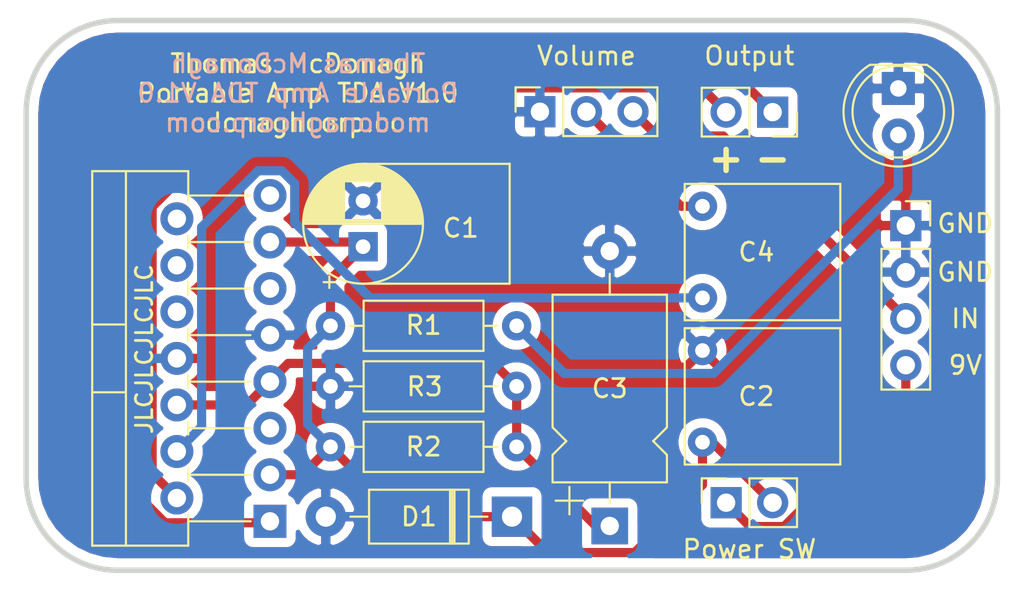
<source format=kicad_pcb>
(kicad_pcb (version 20171130) (host pcbnew "(5.1.7)-1")

  (general
    (thickness 1.6)
    (drawings 20)
    (tracks 58)
    (zones 0)
    (modules 14)
    (nets 11)
  )

  (page A4)
  (layers
    (0 F.Cu signal)
    (31 B.Cu signal)
    (32 B.Adhes user)
    (33 F.Adhes user)
    (34 B.Paste user)
    (35 F.Paste user)
    (36 B.SilkS user)
    (37 F.SilkS user)
    (38 B.Mask user)
    (39 F.Mask user)
    (40 Dwgs.User user)
    (41 Cmts.User user)
    (42 Eco1.User user)
    (43 Eco2.User user)
    (44 Edge.Cuts user)
    (45 Margin user)
    (46 B.CrtYd user)
    (47 F.CrtYd user)
    (48 B.Fab user)
    (49 F.Fab user hide)
  )

  (setup
    (last_trace_width 0.5)
    (user_trace_width 0.5)
    (trace_clearance 0.2)
    (zone_clearance 0.508)
    (zone_45_only no)
    (trace_min 0.2)
    (via_size 0.8)
    (via_drill 0.4)
    (via_min_size 0.4)
    (via_min_drill 0.3)
    (uvia_size 0.3)
    (uvia_drill 0.1)
    (uvias_allowed no)
    (uvia_min_size 0.2)
    (uvia_min_drill 0.1)
    (edge_width 0.1)
    (segment_width 0.2)
    (pcb_text_width 0.3)
    (pcb_text_size 1.5 1.5)
    (mod_edge_width 0.15)
    (mod_text_size 1 1)
    (mod_text_width 0.15)
    (pad_size 1.524 1.524)
    (pad_drill 0.762)
    (pad_to_mask_clearance 0)
    (aux_axis_origin 0 0)
    (visible_elements 7FFFFF7F)
    (pcbplotparams
      (layerselection 0x010fc_ffffffff)
      (usegerberextensions false)
      (usegerberattributes false)
      (usegerberadvancedattributes true)
      (creategerberjobfile true)
      (excludeedgelayer true)
      (linewidth 0.100000)
      (plotframeref false)
      (viasonmask false)
      (mode 1)
      (useauxorigin false)
      (hpglpennumber 1)
      (hpglpenspeed 20)
      (hpglpendiameter 15.000000)
      (psnegative false)
      (psa4output false)
      (plotreference true)
      (plotvalue true)
      (plotinvisibletext false)
      (padsonsilk false)
      (subtractmaskfromsilk false)
      (outputformat 1)
      (mirror false)
      (drillshape 0)
      (scaleselection 1)
      (outputdirectory "Gerbers/"))
  )

  (net 0 "")
  (net 1 GND)
  (net 2 +9V)
  (net 3 /pin6)
  (net 4 "Net-(C4-Pad2)")
  (net 5 /pin4)
  (net 6 "Net-(D2-Pad2)")
  (net 7 "Net-(J1-Pad2)")
  (net 8 "Net-(J1-Pad1)")
  (net 9 /Input)
  (net 10 /9V_In)

  (net_class Default "This is the default net class."
    (clearance 0.2)
    (trace_width 0.25)
    (via_dia 0.8)
    (via_drill 0.4)
    (uvia_dia 0.3)
    (uvia_drill 0.1)
    (add_net +9V)
    (add_net /9V_In)
    (add_net /Input)
    (add_net /pin4)
    (add_net /pin6)
    (add_net GND)
    (add_net "Net-(C4-Pad2)")
    (add_net "Net-(D2-Pad2)")
    (add_net "Net-(J1-Pad1)")
    (add_net "Net-(J1-Pad2)")
  )

  (module Capacitor_THT:CP_Radial_D6.3mm_P2.50mm (layer F.Cu) (tedit 60A0689A) (tstamp 60A09983)
    (at 135.382 69.342 90)
    (descr "CP, Radial series, Radial, pin pitch=2.50mm, , diameter=6.3mm, Electrolytic Capacitor")
    (tags "CP Radial series Radial pin pitch 2.50mm  diameter 6.3mm Electrolytic Capacitor")
    (path /60A055DC)
    (fp_text reference C1 (at 1.016 5.334 180) (layer F.SilkS)
      (effects (font (size 1 1) (thickness 0.15)))
    )
    (fp_text value 220uF (at 1.25 4.4 90) (layer F.Fab)
      (effects (font (size 1 1) (thickness 0.15)))
    )
    (fp_circle (center 1.25 0) (end 4.4 0) (layer F.Fab) (width 0.1))
    (fp_circle (center 1.25 0) (end 4.52 0) (layer F.SilkS) (width 0.12))
    (fp_circle (center 1.25 0) (end 4.65 0) (layer F.CrtYd) (width 0.05))
    (fp_line (start -1.443972 -1.3735) (end -0.813972 -1.3735) (layer F.Fab) (width 0.1))
    (fp_line (start -1.128972 -1.6885) (end -1.128972 -1.0585) (layer F.Fab) (width 0.1))
    (fp_line (start 1.25 -3.23) (end 1.25 3.23) (layer F.SilkS) (width 0.12))
    (fp_line (start 1.29 -3.23) (end 1.29 3.23) (layer F.SilkS) (width 0.12))
    (fp_line (start 1.33 -3.23) (end 1.33 3.23) (layer F.SilkS) (width 0.12))
    (fp_line (start 1.37 -3.228) (end 1.37 3.228) (layer F.SilkS) (width 0.12))
    (fp_line (start 1.41 -3.227) (end 1.41 3.227) (layer F.SilkS) (width 0.12))
    (fp_line (start 1.45 -3.224) (end 1.45 3.224) (layer F.SilkS) (width 0.12))
    (fp_line (start 1.49 -3.222) (end 1.49 -1.04) (layer F.SilkS) (width 0.12))
    (fp_line (start 1.49 1.04) (end 1.49 3.222) (layer F.SilkS) (width 0.12))
    (fp_line (start 1.53 -3.218) (end 1.53 -1.04) (layer F.SilkS) (width 0.12))
    (fp_line (start 1.53 1.04) (end 1.53 3.218) (layer F.SilkS) (width 0.12))
    (fp_line (start 1.57 -3.215) (end 1.57 -1.04) (layer F.SilkS) (width 0.12))
    (fp_line (start 1.57 1.04) (end 1.57 3.215) (layer F.SilkS) (width 0.12))
    (fp_line (start 1.61 -3.211) (end 1.61 -1.04) (layer F.SilkS) (width 0.12))
    (fp_line (start 1.61 1.04) (end 1.61 3.211) (layer F.SilkS) (width 0.12))
    (fp_line (start 1.65 -3.206) (end 1.65 -1.04) (layer F.SilkS) (width 0.12))
    (fp_line (start 1.65 1.04) (end 1.65 3.206) (layer F.SilkS) (width 0.12))
    (fp_line (start 1.69 -3.201) (end 1.69 -1.04) (layer F.SilkS) (width 0.12))
    (fp_line (start 1.69 1.04) (end 1.69 3.201) (layer F.SilkS) (width 0.12))
    (fp_line (start 1.73 -3.195) (end 1.73 -1.04) (layer F.SilkS) (width 0.12))
    (fp_line (start 1.73 1.04) (end 1.73 3.195) (layer F.SilkS) (width 0.12))
    (fp_line (start 1.77 -3.189) (end 1.77 -1.04) (layer F.SilkS) (width 0.12))
    (fp_line (start 1.77 1.04) (end 1.77 3.189) (layer F.SilkS) (width 0.12))
    (fp_line (start 1.81 -3.182) (end 1.81 -1.04) (layer F.SilkS) (width 0.12))
    (fp_line (start 1.81 1.04) (end 1.81 3.182) (layer F.SilkS) (width 0.12))
    (fp_line (start 1.85 -3.175) (end 1.85 -1.04) (layer F.SilkS) (width 0.12))
    (fp_line (start 1.85 1.04) (end 1.85 3.175) (layer F.SilkS) (width 0.12))
    (fp_line (start 1.89 -3.167) (end 1.89 -1.04) (layer F.SilkS) (width 0.12))
    (fp_line (start 1.89 1.04) (end 1.89 3.167) (layer F.SilkS) (width 0.12))
    (fp_line (start 1.93 -3.159) (end 1.93 -1.04) (layer F.SilkS) (width 0.12))
    (fp_line (start 1.93 1.04) (end 1.93 3.159) (layer F.SilkS) (width 0.12))
    (fp_line (start 1.971 -3.15) (end 1.971 -1.04) (layer F.SilkS) (width 0.12))
    (fp_line (start 1.971 1.04) (end 1.971 3.15) (layer F.SilkS) (width 0.12))
    (fp_line (start 2.011 -3.141) (end 2.011 -1.04) (layer F.SilkS) (width 0.12))
    (fp_line (start 2.011 1.04) (end 2.011 3.141) (layer F.SilkS) (width 0.12))
    (fp_line (start 2.051 -3.131) (end 2.051 -1.04) (layer F.SilkS) (width 0.12))
    (fp_line (start 2.051 1.04) (end 2.051 3.131) (layer F.SilkS) (width 0.12))
    (fp_line (start 2.091 -3.121) (end 2.091 -1.04) (layer F.SilkS) (width 0.12))
    (fp_line (start 2.091 1.04) (end 2.091 3.121) (layer F.SilkS) (width 0.12))
    (fp_line (start 2.131 -3.11) (end 2.131 -1.04) (layer F.SilkS) (width 0.12))
    (fp_line (start 2.131 1.04) (end 2.131 3.11) (layer F.SilkS) (width 0.12))
    (fp_line (start 2.171 -3.098) (end 2.171 -1.04) (layer F.SilkS) (width 0.12))
    (fp_line (start 2.171 1.04) (end 2.171 3.098) (layer F.SilkS) (width 0.12))
    (fp_line (start 2.211 -3.086) (end 2.211 -1.04) (layer F.SilkS) (width 0.12))
    (fp_line (start 2.211 1.04) (end 2.211 3.086) (layer F.SilkS) (width 0.12))
    (fp_line (start 2.251 -3.074) (end 2.251 -1.04) (layer F.SilkS) (width 0.12))
    (fp_line (start 2.251 1.04) (end 2.251 3.074) (layer F.SilkS) (width 0.12))
    (fp_line (start 2.291 -3.061) (end 2.291 -1.04) (layer F.SilkS) (width 0.12))
    (fp_line (start 2.291 1.04) (end 2.291 3.061) (layer F.SilkS) (width 0.12))
    (fp_line (start 2.331 -3.047) (end 2.331 -1.04) (layer F.SilkS) (width 0.12))
    (fp_line (start 2.331 1.04) (end 2.331 3.047) (layer F.SilkS) (width 0.12))
    (fp_line (start 2.371 -3.033) (end 2.371 -1.04) (layer F.SilkS) (width 0.12))
    (fp_line (start 2.371 1.04) (end 2.371 3.033) (layer F.SilkS) (width 0.12))
    (fp_line (start 2.411 -3.018) (end 2.411 -1.04) (layer F.SilkS) (width 0.12))
    (fp_line (start 2.411 1.04) (end 2.411 3.018) (layer F.SilkS) (width 0.12))
    (fp_line (start 2.451 -3.002) (end 2.451 -1.04) (layer F.SilkS) (width 0.12))
    (fp_line (start 2.451 1.04) (end 2.451 3.002) (layer F.SilkS) (width 0.12))
    (fp_line (start 2.491 -2.986) (end 2.491 -1.04) (layer F.SilkS) (width 0.12))
    (fp_line (start 2.491 1.04) (end 2.491 2.986) (layer F.SilkS) (width 0.12))
    (fp_line (start 2.531 -2.97) (end 2.531 -1.04) (layer F.SilkS) (width 0.12))
    (fp_line (start 2.531 1.04) (end 2.531 2.97) (layer F.SilkS) (width 0.12))
    (fp_line (start 2.571 -2.952) (end 2.571 -1.04) (layer F.SilkS) (width 0.12))
    (fp_line (start 2.571 1.04) (end 2.571 2.952) (layer F.SilkS) (width 0.12))
    (fp_line (start 2.611 -2.934) (end 2.611 -1.04) (layer F.SilkS) (width 0.12))
    (fp_line (start 2.611 1.04) (end 2.611 2.934) (layer F.SilkS) (width 0.12))
    (fp_line (start 2.651 -2.916) (end 2.651 -1.04) (layer F.SilkS) (width 0.12))
    (fp_line (start 2.651 1.04) (end 2.651 2.916) (layer F.SilkS) (width 0.12))
    (fp_line (start 2.691 -2.896) (end 2.691 -1.04) (layer F.SilkS) (width 0.12))
    (fp_line (start 2.691 1.04) (end 2.691 2.896) (layer F.SilkS) (width 0.12))
    (fp_line (start 2.731 -2.876) (end 2.731 -1.04) (layer F.SilkS) (width 0.12))
    (fp_line (start 2.731 1.04) (end 2.731 2.876) (layer F.SilkS) (width 0.12))
    (fp_line (start 2.771 -2.856) (end 2.771 -1.04) (layer F.SilkS) (width 0.12))
    (fp_line (start 2.771 1.04) (end 2.771 2.856) (layer F.SilkS) (width 0.12))
    (fp_line (start 2.811 -2.834) (end 2.811 -1.04) (layer F.SilkS) (width 0.12))
    (fp_line (start 2.811 1.04) (end 2.811 2.834) (layer F.SilkS) (width 0.12))
    (fp_line (start 2.851 -2.812) (end 2.851 -1.04) (layer F.SilkS) (width 0.12))
    (fp_line (start 2.851 1.04) (end 2.851 2.812) (layer F.SilkS) (width 0.12))
    (fp_line (start 2.891 -2.79) (end 2.891 -1.04) (layer F.SilkS) (width 0.12))
    (fp_line (start 2.891 1.04) (end 2.891 2.79) (layer F.SilkS) (width 0.12))
    (fp_line (start 2.931 -2.766) (end 2.931 -1.04) (layer F.SilkS) (width 0.12))
    (fp_line (start 2.931 1.04) (end 2.931 2.766) (layer F.SilkS) (width 0.12))
    (fp_line (start 2.971 -2.742) (end 2.971 -1.04) (layer F.SilkS) (width 0.12))
    (fp_line (start 2.971 1.04) (end 2.971 2.742) (layer F.SilkS) (width 0.12))
    (fp_line (start 3.011 -2.716) (end 3.011 -1.04) (layer F.SilkS) (width 0.12))
    (fp_line (start 3.011 1.04) (end 3.011 2.716) (layer F.SilkS) (width 0.12))
    (fp_line (start 3.051 -2.69) (end 3.051 -1.04) (layer F.SilkS) (width 0.12))
    (fp_line (start 3.051 1.04) (end 3.051 2.69) (layer F.SilkS) (width 0.12))
    (fp_line (start 3.091 -2.664) (end 3.091 -1.04) (layer F.SilkS) (width 0.12))
    (fp_line (start 3.091 1.04) (end 3.091 2.664) (layer F.SilkS) (width 0.12))
    (fp_line (start 3.131 -2.636) (end 3.131 -1.04) (layer F.SilkS) (width 0.12))
    (fp_line (start 3.131 1.04) (end 3.131 2.636) (layer F.SilkS) (width 0.12))
    (fp_line (start 3.171 -2.607) (end 3.171 -1.04) (layer F.SilkS) (width 0.12))
    (fp_line (start 3.171 1.04) (end 3.171 2.607) (layer F.SilkS) (width 0.12))
    (fp_line (start 3.211 -2.578) (end 3.211 -1.04) (layer F.SilkS) (width 0.12))
    (fp_line (start 3.211 1.04) (end 3.211 2.578) (layer F.SilkS) (width 0.12))
    (fp_line (start 3.251 -2.548) (end 3.251 -1.04) (layer F.SilkS) (width 0.12))
    (fp_line (start 3.251 1.04) (end 3.251 2.548) (layer F.SilkS) (width 0.12))
    (fp_line (start 3.291 -2.516) (end 3.291 -1.04) (layer F.SilkS) (width 0.12))
    (fp_line (start 3.291 1.04) (end 3.291 2.516) (layer F.SilkS) (width 0.12))
    (fp_line (start 3.331 -2.484) (end 3.331 -1.04) (layer F.SilkS) (width 0.12))
    (fp_line (start 3.331 1.04) (end 3.331 2.484) (layer F.SilkS) (width 0.12))
    (fp_line (start 3.371 -2.45) (end 3.371 -1.04) (layer F.SilkS) (width 0.12))
    (fp_line (start 3.371 1.04) (end 3.371 2.45) (layer F.SilkS) (width 0.12))
    (fp_line (start 3.411 -2.416) (end 3.411 -1.04) (layer F.SilkS) (width 0.12))
    (fp_line (start 3.411 1.04) (end 3.411 2.416) (layer F.SilkS) (width 0.12))
    (fp_line (start 3.451 -2.38) (end 3.451 -1.04) (layer F.SilkS) (width 0.12))
    (fp_line (start 3.451 1.04) (end 3.451 2.38) (layer F.SilkS) (width 0.12))
    (fp_line (start 3.491 -2.343) (end 3.491 -1.04) (layer F.SilkS) (width 0.12))
    (fp_line (start 3.491 1.04) (end 3.491 2.343) (layer F.SilkS) (width 0.12))
    (fp_line (start 3.531 -2.305) (end 3.531 -1.04) (layer F.SilkS) (width 0.12))
    (fp_line (start 3.531 1.04) (end 3.531 2.305) (layer F.SilkS) (width 0.12))
    (fp_line (start 3.571 -2.265) (end 3.571 2.265) (layer F.SilkS) (width 0.12))
    (fp_line (start 3.611 -2.224) (end 3.611 2.224) (layer F.SilkS) (width 0.12))
    (fp_line (start 3.651 -2.182) (end 3.651 2.182) (layer F.SilkS) (width 0.12))
    (fp_line (start 3.691 -2.137) (end 3.691 2.137) (layer F.SilkS) (width 0.12))
    (fp_line (start 3.731 -2.092) (end 3.731 2.092) (layer F.SilkS) (width 0.12))
    (fp_line (start 3.771 -2.044) (end 3.771 2.044) (layer F.SilkS) (width 0.12))
    (fp_line (start 3.811 -1.995) (end 3.811 1.995) (layer F.SilkS) (width 0.12))
    (fp_line (start 3.851 -1.944) (end 3.851 1.944) (layer F.SilkS) (width 0.12))
    (fp_line (start 3.891 -1.89) (end 3.891 1.89) (layer F.SilkS) (width 0.12))
    (fp_line (start 3.931 -1.834) (end 3.931 1.834) (layer F.SilkS) (width 0.12))
    (fp_line (start 3.971 -1.776) (end 3.971 1.776) (layer F.SilkS) (width 0.12))
    (fp_line (start 4.011 -1.714) (end 4.011 1.714) (layer F.SilkS) (width 0.12))
    (fp_line (start 4.051 -1.65) (end 4.051 1.65) (layer F.SilkS) (width 0.12))
    (fp_line (start 4.091 -1.581) (end 4.091 1.581) (layer F.SilkS) (width 0.12))
    (fp_line (start 4.131 -1.509) (end 4.131 1.509) (layer F.SilkS) (width 0.12))
    (fp_line (start 4.171 -1.432) (end 4.171 1.432) (layer F.SilkS) (width 0.12))
    (fp_line (start 4.211 -1.35) (end 4.211 1.35) (layer F.SilkS) (width 0.12))
    (fp_line (start 4.251 -1.262) (end 4.251 1.262) (layer F.SilkS) (width 0.12))
    (fp_line (start 4.291 -1.165) (end 4.291 1.165) (layer F.SilkS) (width 0.12))
    (fp_line (start 4.331 -1.059) (end 4.331 1.059) (layer F.SilkS) (width 0.12))
    (fp_line (start 4.371 -0.94) (end 4.371 0.94) (layer F.SilkS) (width 0.12))
    (fp_line (start 4.411 -0.802) (end 4.411 0.802) (layer F.SilkS) (width 0.12))
    (fp_line (start 4.451 -0.633) (end 4.451 0.633) (layer F.SilkS) (width 0.12))
    (fp_line (start 4.491 -0.402) (end 4.491 0.402) (layer F.SilkS) (width 0.12))
    (fp_line (start -2.250241 -1.839) (end -1.620241 -1.839) (layer F.SilkS) (width 0.12))
    (fp_line (start -1.935241 -2.154) (end -1.935241 -1.524) (layer F.SilkS) (width 0.12))
    (fp_text user %R (at 1.25 0 90) (layer F.Fab)
      (effects (font (size 1 1) (thickness 0.15)))
    )
    (fp_line (start 4.52 0) (end 4.52 8) (layer F.SilkS) (width 0.12))
    (fp_line (start -2.02 8) (end -2.02 0) (layer F.SilkS) (width 0.12))
    (fp_line (start -2.02 8) (end 4.5339 8) (layer F.SilkS) (width 0.12))
    (pad 1 thru_hole rect (at 0 0 90) (size 1.6 1.6) (drill 0.8) (layers *.Cu *.Mask)
      (net 2 +9V))
    (pad 2 thru_hole circle (at 2.5 0 90) (size 1.6 1.6) (drill 0.8) (layers *.Cu *.Mask)
      (net 1 GND))
    (model ${KISYS3DMOD}/Capacitor_THT.3dshapes/CP_Radial_D6.3mm_P2.50mm.wrl
      (at (xyz 0 0 0))
      (scale (xyz 1 1 1))
      (rotate (xyz 0 0 0))
    )
  )

  (module libraries:C_Flat_L7.2_H6.5 (layer F.Cu) (tedit 602331CB) (tstamp 60A09996)
    (at 154.305 80.01 90)
    (descr "C, Rect series, Radial, pin pitch=5.00mm, , length*width=7.2*2.5mm^2, Capacitor, http://www.wima.com/EN/WIMA_FKS_2.pdf")
    (tags "C Rect series Radial pin pitch 5.00mm  length 7.2mm width 2.5mm Capacitor")
    (path /60A05FDA)
    (fp_text reference C2 (at 2.5 2.54 180) (layer F.SilkS)
      (effects (font (size 1 1) (thickness 0.15)))
    )
    (fp_text value 0.01uF (at 2.5 8.128 90) (layer F.Fab)
      (effects (font (size 1 1) (thickness 0.15)))
    )
    (fp_line (start 6.35 -1.5) (end -1.35 -1.5) (layer F.CrtYd) (width 0.05))
    (fp_line (start 6.35 7.25) (end 6.35 -1.5) (layer F.CrtYd) (width 0.05))
    (fp_line (start -1.35 7.25) (end 6.35 7.25) (layer F.CrtYd) (width 0.05))
    (fp_line (start -1.35 -1.5) (end -1.35 7.25) (layer F.CrtYd) (width 0.05))
    (fp_line (start 6.22 -1.37) (end 6.22 7.12) (layer F.SilkS) (width 0.12))
    (fp_line (start -1.22 -1.37) (end -1.22 7.12) (layer F.SilkS) (width 0.12))
    (fp_line (start -1.22 7.12) (end 6.22 7.12) (layer F.SilkS) (width 0.12))
    (fp_line (start -1.22 -1.37) (end 6.22 -1.37) (layer F.SilkS) (width 0.12))
    (fp_line (start 6.1 -1.25) (end -1.1 -1.25) (layer F.Fab) (width 0.1))
    (fp_line (start 6.1 7) (end 6.1 -1.25) (layer F.Fab) (width 0.1))
    (fp_line (start -1.1 7) (end 6.1 7) (layer F.Fab) (width 0.1))
    (fp_line (start -1.1 -1.25) (end -1.1 7) (layer F.Fab) (width 0.1))
    (fp_text user %R (at 2.5 3.81 90) (layer F.Fab)
      (effects (font (size 1 1) (thickness 0.15)))
    )
    (pad 1 thru_hole circle (at 0 -0.4 90) (size 1.6 1.6) (drill 0.8) (layers *.Cu *.Mask)
      (net 2 +9V))
    (pad 2 thru_hole circle (at 5 -0.4 90) (size 1.6 1.6) (drill 0.8) (layers *.Cu *.Mask)
      (net 1 GND))
    (model ${KISYS3DMOD}/Capacitor_THT.3dshapes/C_Rect_L7.2mm_W2.5mm_P5.00mm_FKS2_FKP2_MKS2_MKP2.wrl
      (at (xyz 0 0 0))
      (scale (xyz 1 1 1))
      (rotate (xyz 0 0 0))
    )
  )

  (module Capacitor_THT:CP_Axial_L10.0mm_D6.0mm_P15.00mm_Horizontal (layer F.Cu) (tedit 5AE50EF2) (tstamp 60A099BD)
    (at 148.844 84.582 90)
    (descr "CP, Axial series, Axial, Horizontal, pin pitch=15mm, , length*diameter=10*6mm^2, Electrolytic Capacitor, , http://www.vishay.com/docs/28325/021asm.pdf")
    (tags "CP Axial series Axial Horizontal pin pitch 15mm  length 10mm diameter 6mm Electrolytic Capacitor")
    (path /60A1CB93)
    (fp_text reference C3 (at 7.5 0 180) (layer F.SilkS)
      (effects (font (size 1 1) (thickness 0.15)))
    )
    (fp_text value 10uF (at 7.5 4.12 90) (layer F.Fab)
      (effects (font (size 1 1) (thickness 0.15)))
    )
    (fp_line (start 2.5 -3) (end 2.5 3) (layer F.Fab) (width 0.1))
    (fp_line (start 12.5 -3) (end 12.5 3) (layer F.Fab) (width 0.1))
    (fp_line (start 2.5 -3) (end 3.88 -3) (layer F.Fab) (width 0.1))
    (fp_line (start 3.88 -3) (end 4.63 -2.25) (layer F.Fab) (width 0.1))
    (fp_line (start 4.63 -2.25) (end 5.38 -3) (layer F.Fab) (width 0.1))
    (fp_line (start 5.38 -3) (end 12.5 -3) (layer F.Fab) (width 0.1))
    (fp_line (start 2.5 3) (end 3.88 3) (layer F.Fab) (width 0.1))
    (fp_line (start 3.88 3) (end 4.63 2.25) (layer F.Fab) (width 0.1))
    (fp_line (start 4.63 2.25) (end 5.38 3) (layer F.Fab) (width 0.1))
    (fp_line (start 5.38 3) (end 12.5 3) (layer F.Fab) (width 0.1))
    (fp_line (start 0 0) (end 2.5 0) (layer F.Fab) (width 0.1))
    (fp_line (start 15 0) (end 12.5 0) (layer F.Fab) (width 0.1))
    (fp_line (start 3.9 0) (end 5.4 0) (layer F.Fab) (width 0.1))
    (fp_line (start 4.65 -0.75) (end 4.65 0.75) (layer F.Fab) (width 0.1))
    (fp_line (start 0.63 -2.2) (end 2.13 -2.2) (layer F.SilkS) (width 0.12))
    (fp_line (start 1.38 -2.95) (end 1.38 -1.45) (layer F.SilkS) (width 0.12))
    (fp_line (start 2.38 -3.12) (end 2.38 3.12) (layer F.SilkS) (width 0.12))
    (fp_line (start 12.62 -3.12) (end 12.62 3.12) (layer F.SilkS) (width 0.12))
    (fp_line (start 2.38 -3.12) (end 3.88 -3.12) (layer F.SilkS) (width 0.12))
    (fp_line (start 3.88 -3.12) (end 4.63 -2.37) (layer F.SilkS) (width 0.12))
    (fp_line (start 4.63 -2.37) (end 5.38 -3.12) (layer F.SilkS) (width 0.12))
    (fp_line (start 5.38 -3.12) (end 12.62 -3.12) (layer F.SilkS) (width 0.12))
    (fp_line (start 2.38 3.12) (end 3.88 3.12) (layer F.SilkS) (width 0.12))
    (fp_line (start 3.88 3.12) (end 4.63 2.37) (layer F.SilkS) (width 0.12))
    (fp_line (start 4.63 2.37) (end 5.38 3.12) (layer F.SilkS) (width 0.12))
    (fp_line (start 5.38 3.12) (end 12.62 3.12) (layer F.SilkS) (width 0.12))
    (fp_line (start 1.24 0) (end 2.38 0) (layer F.SilkS) (width 0.12))
    (fp_line (start 13.76 0) (end 12.62 0) (layer F.SilkS) (width 0.12))
    (fp_line (start -1.25 -3.25) (end -1.25 3.25) (layer F.CrtYd) (width 0.05))
    (fp_line (start -1.25 3.25) (end 16.25 3.25) (layer F.CrtYd) (width 0.05))
    (fp_line (start 16.25 3.25) (end 16.25 -3.25) (layer F.CrtYd) (width 0.05))
    (fp_line (start 16.25 -3.25) (end -1.25 -3.25) (layer F.CrtYd) (width 0.05))
    (fp_text user %R (at 7.5 0 90) (layer F.Fab)
      (effects (font (size 1 1) (thickness 0.15)))
    )
    (pad 1 thru_hole rect (at 0 0 90) (size 2 2) (drill 1) (layers *.Cu *.Mask)
      (net 3 /pin6))
    (pad 2 thru_hole oval (at 15 0 90) (size 2 2) (drill 1) (layers *.Cu *.Mask)
      (net 1 GND))
    (model ${KISYS3DMOD}/Capacitor_THT.3dshapes/CP_Axial_L10.0mm_D6.0mm_P15.00mm_Horizontal.wrl
      (at (xyz 0 0 0))
      (scale (xyz 1 1 1))
      (rotate (xyz 0 0 0))
    )
  )

  (module libraries:C_Flat_L7.2_H6.5 (layer F.Cu) (tedit 602331CB) (tstamp 60A06697)
    (at 154.305 72.136 90)
    (descr "C, Rect series, Radial, pin pitch=5.00mm, , length*width=7.2*2.5mm^2, Capacitor, http://www.wima.com/EN/WIMA_FKS_2.pdf")
    (tags "C Rect series Radial pin pitch 5.00mm  length 7.2mm width 2.5mm Capacitor")
    (path /60A10BE0)
    (fp_text reference C4 (at 2.5 2.54 180) (layer F.SilkS)
      (effects (font (size 1 1) (thickness 0.15)))
    )
    (fp_text value 0.01uF (at 2.5 8.128 90) (layer F.Fab)
      (effects (font (size 1 1) (thickness 0.15)))
    )
    (fp_line (start -1.1 -1.25) (end -1.1 7) (layer F.Fab) (width 0.1))
    (fp_line (start -1.1 7) (end 6.1 7) (layer F.Fab) (width 0.1))
    (fp_line (start 6.1 7) (end 6.1 -1.25) (layer F.Fab) (width 0.1))
    (fp_line (start 6.1 -1.25) (end -1.1 -1.25) (layer F.Fab) (width 0.1))
    (fp_line (start -1.22 -1.37) (end 6.22 -1.37) (layer F.SilkS) (width 0.12))
    (fp_line (start -1.22 7.12) (end 6.22 7.12) (layer F.SilkS) (width 0.12))
    (fp_line (start -1.22 -1.37) (end -1.22 7.12) (layer F.SilkS) (width 0.12))
    (fp_line (start 6.22 -1.37) (end 6.22 7.12) (layer F.SilkS) (width 0.12))
    (fp_line (start -1.35 -1.5) (end -1.35 7.25) (layer F.CrtYd) (width 0.05))
    (fp_line (start -1.35 7.25) (end 6.35 7.25) (layer F.CrtYd) (width 0.05))
    (fp_line (start 6.35 7.25) (end 6.35 -1.5) (layer F.CrtYd) (width 0.05))
    (fp_line (start 6.35 -1.5) (end -1.35 -1.5) (layer F.CrtYd) (width 0.05))
    (fp_text user %R (at 2.5 3.81 90) (layer F.Fab)
      (effects (font (size 1 1) (thickness 0.15)))
    )
    (pad 2 thru_hole circle (at 5 -0.4 90) (size 1.6 1.6) (drill 0.8) (layers *.Cu *.Mask)
      (net 4 "Net-(C4-Pad2)"))
    (pad 1 thru_hole circle (at 0 -0.4 90) (size 1.6 1.6) (drill 0.8) (layers *.Cu *.Mask)
      (net 5 /pin4))
    (model ${KISYS3DMOD}/Capacitor_THT.3dshapes/C_Rect_L7.2mm_W2.5mm_P5.00mm_FKS2_FKP2_MKS2_MKP2.wrl
      (at (xyz 0 0 0))
      (scale (xyz 1 1 1))
      (rotate (xyz 0 0 0))
    )
  )

  (module Diode_THT:D_DO-41_SOD81_P10.16mm_Horizontal (layer F.Cu) (tedit 5AE50CD5) (tstamp 60A06E25)
    (at 143.51 84.074 180)
    (descr "Diode, DO-41_SOD81 series, Axial, Horizontal, pin pitch=10.16mm, , length*diameter=5.2*2.7mm^2, , http://www.diodes.com/_files/packages/DO-41%20(Plastic).pdf")
    (tags "Diode DO-41_SOD81 series Axial Horizontal pin pitch 10.16mm  length 5.2mm diameter 2.7mm")
    (path /60A03FF4)
    (fp_text reference D1 (at 5.08 0) (layer F.SilkS)
      (effects (font (size 1 1) (thickness 0.15)))
    )
    (fp_text value 1N4001 (at 5.08 2.47) (layer F.Fab)
      (effects (font (size 1 1) (thickness 0.15)))
    )
    (fp_line (start 2.48 -1.35) (end 2.48 1.35) (layer F.Fab) (width 0.1))
    (fp_line (start 2.48 1.35) (end 7.68 1.35) (layer F.Fab) (width 0.1))
    (fp_line (start 7.68 1.35) (end 7.68 -1.35) (layer F.Fab) (width 0.1))
    (fp_line (start 7.68 -1.35) (end 2.48 -1.35) (layer F.Fab) (width 0.1))
    (fp_line (start 0 0) (end 2.48 0) (layer F.Fab) (width 0.1))
    (fp_line (start 10.16 0) (end 7.68 0) (layer F.Fab) (width 0.1))
    (fp_line (start 3.26 -1.35) (end 3.26 1.35) (layer F.Fab) (width 0.1))
    (fp_line (start 3.36 -1.35) (end 3.36 1.35) (layer F.Fab) (width 0.1))
    (fp_line (start 3.16 -1.35) (end 3.16 1.35) (layer F.Fab) (width 0.1))
    (fp_line (start 2.36 -1.47) (end 2.36 1.47) (layer F.SilkS) (width 0.12))
    (fp_line (start 2.36 1.47) (end 7.8 1.47) (layer F.SilkS) (width 0.12))
    (fp_line (start 7.8 1.47) (end 7.8 -1.47) (layer F.SilkS) (width 0.12))
    (fp_line (start 7.8 -1.47) (end 2.36 -1.47) (layer F.SilkS) (width 0.12))
    (fp_line (start 1.34 0) (end 2.36 0) (layer F.SilkS) (width 0.12))
    (fp_line (start 8.82 0) (end 7.8 0) (layer F.SilkS) (width 0.12))
    (fp_line (start 3.26 -1.47) (end 3.26 1.47) (layer F.SilkS) (width 0.12))
    (fp_line (start 3.38 -1.47) (end 3.38 1.47) (layer F.SilkS) (width 0.12))
    (fp_line (start 3.14 -1.47) (end 3.14 1.47) (layer F.SilkS) (width 0.12))
    (fp_line (start -1.35 -1.6) (end -1.35 1.6) (layer F.CrtYd) (width 0.05))
    (fp_line (start -1.35 1.6) (end 11.51 1.6) (layer F.CrtYd) (width 0.05))
    (fp_line (start 11.51 1.6) (end 11.51 -1.6) (layer F.CrtYd) (width 0.05))
    (fp_line (start 11.51 -1.6) (end -1.35 -1.6) (layer F.CrtYd) (width 0.05))
    (fp_text user %R (at 5.47 0) (layer F.Fab)
      (effects (font (size 1 1) (thickness 0.15)))
    )
    (fp_text user K (at 0 -2.1) (layer F.Fab)
      (effects (font (size 1 1) (thickness 0.15)))
    )
    (fp_text user K (at 0 -2.1) (layer F.SilkS) hide
      (effects (font (size 1 1) (thickness 0.15)))
    )
    (pad 1 thru_hole rect (at 0 0 180) (size 2.2 2.2) (drill 1.1) (layers *.Cu *.Mask)
      (net 2 +9V))
    (pad 2 thru_hole oval (at 10.16 0 180) (size 2.2 2.2) (drill 1.1) (layers *.Cu *.Mask)
      (net 1 GND))
    (model ${KISYS3DMOD}/Diode_THT.3dshapes/D_DO-41_SOD81_P10.16mm_Horizontal.wrl
      (at (xyz 0 0 0))
      (scale (xyz 1 1 1))
      (rotate (xyz 0 0 0))
    )
  )

  (module LED_THT:LED_D5.0mm (layer F.Cu) (tedit 5995936A) (tstamp 60A09A01)
    (at 164.592 60.706 270)
    (descr "LED, diameter 5.0mm, 2 pins, http://cdn-reichelt.de/documents/datenblatt/A500/LL-504BC2E-009.pdf")
    (tags "LED diameter 5.0mm 2 pins")
    (path /60A08525)
    (fp_text reference D2 (at 1.27 -3.96 90) (layer F.SilkS) hide
      (effects (font (size 1 1) (thickness 0.15)))
    )
    (fp_text value LED (at 1.27 3.96 90) (layer F.Fab)
      (effects (font (size 1 1) (thickness 0.15)))
    )
    (fp_circle (center 1.27 0) (end 3.77 0) (layer F.Fab) (width 0.1))
    (fp_circle (center 1.27 0) (end 3.77 0) (layer F.SilkS) (width 0.12))
    (fp_line (start -1.23 -1.469694) (end -1.23 1.469694) (layer F.Fab) (width 0.1))
    (fp_line (start -1.29 -1.545) (end -1.29 1.545) (layer F.SilkS) (width 0.12))
    (fp_line (start -1.95 -3.25) (end -1.95 3.25) (layer F.CrtYd) (width 0.05))
    (fp_line (start -1.95 3.25) (end 4.5 3.25) (layer F.CrtYd) (width 0.05))
    (fp_line (start 4.5 3.25) (end 4.5 -3.25) (layer F.CrtYd) (width 0.05))
    (fp_line (start 4.5 -3.25) (end -1.95 -3.25) (layer F.CrtYd) (width 0.05))
    (fp_arc (start 1.27 0) (end -1.23 -1.469694) (angle 299.1) (layer F.Fab) (width 0.1))
    (fp_arc (start 1.27 0) (end -1.29 -1.54483) (angle 148.9) (layer F.SilkS) (width 0.12))
    (fp_arc (start 1.27 0) (end -1.29 1.54483) (angle -148.9) (layer F.SilkS) (width 0.12))
    (fp_text user %R (at 1.25 0 90) (layer F.Fab)
      (effects (font (size 0.8 0.8) (thickness 0.2)))
    )
    (pad 1 thru_hole rect (at 0 0 270) (size 1.8 1.8) (drill 0.9) (layers *.Cu *.Mask)
      (net 1 GND))
    (pad 2 thru_hole circle (at 2.54 0 270) (size 1.8 1.8) (drill 0.9) (layers *.Cu *.Mask)
      (net 6 "Net-(D2-Pad2)"))
    (model ${KISYS3DMOD}/LED_THT.3dshapes/LED_D5.0mm.wrl
      (at (xyz 0 0 0))
      (scale (xyz 1 1 1))
      (rotate (xyz 0 0 0))
    )
  )

  (module Connector_PinSocket_2.54mm:PinSocket_1x02_P2.54mm_Vertical (layer F.Cu) (tedit 5A19A420) (tstamp 60A09A17)
    (at 157.734 62 270)
    (descr "Through hole straight socket strip, 1x02, 2.54mm pitch, single row (from Kicad 4.0.7), script generated")
    (tags "Through hole socket strip THT 1x02 2.54mm single row")
    (path /60A327B1)
    (fp_text reference J1 (at 0 -2.77 90) (layer F.SilkS) hide
      (effects (font (size 1 1) (thickness 0.15)))
    )
    (fp_text value Speaker (at 0 5.31 90) (layer F.Fab)
      (effects (font (size 1 1) (thickness 0.15)))
    )
    (fp_line (start -1.8 4.3) (end -1.8 -1.8) (layer F.CrtYd) (width 0.05))
    (fp_line (start 1.75 4.3) (end -1.8 4.3) (layer F.CrtYd) (width 0.05))
    (fp_line (start 1.75 -1.8) (end 1.75 4.3) (layer F.CrtYd) (width 0.05))
    (fp_line (start -1.8 -1.8) (end 1.75 -1.8) (layer F.CrtYd) (width 0.05))
    (fp_line (start 0 -1.33) (end 1.33 -1.33) (layer F.SilkS) (width 0.12))
    (fp_line (start 1.33 -1.33) (end 1.33 0) (layer F.SilkS) (width 0.12))
    (fp_line (start 1.33 1.27) (end 1.33 3.87) (layer F.SilkS) (width 0.12))
    (fp_line (start -1.33 3.87) (end 1.33 3.87) (layer F.SilkS) (width 0.12))
    (fp_line (start -1.33 1.27) (end -1.33 3.87) (layer F.SilkS) (width 0.12))
    (fp_line (start -1.33 1.27) (end 1.33 1.27) (layer F.SilkS) (width 0.12))
    (fp_line (start -1.27 3.81) (end -1.27 -1.27) (layer F.Fab) (width 0.1))
    (fp_line (start 1.27 3.81) (end -1.27 3.81) (layer F.Fab) (width 0.1))
    (fp_line (start 1.27 -0.635) (end 1.27 3.81) (layer F.Fab) (width 0.1))
    (fp_line (start 0.635 -1.27) (end 1.27 -0.635) (layer F.Fab) (width 0.1))
    (fp_line (start -1.27 -1.27) (end 0.635 -1.27) (layer F.Fab) (width 0.1))
    (fp_text user %R (at 0 1.27) (layer F.Fab)
      (effects (font (size 1 1) (thickness 0.15)))
    )
    (pad 2 thru_hole oval (at 0 2.54 270) (size 1.7 1.7) (drill 1) (layers *.Cu *.Mask)
      (net 7 "Net-(J1-Pad2)"))
    (pad 1 thru_hole rect (at 0 0 270) (size 1.7 1.7) (drill 1) (layers *.Cu *.Mask)
      (net 8 "Net-(J1-Pad1)"))
    (model ${KISYS3DMOD}/Connector_PinSocket_2.54mm.3dshapes/PinSocket_1x02_P2.54mm_Vertical.wrl
      (at (xyz 0 0 0))
      (scale (xyz 1 1 1))
      (rotate (xyz 0 0 0))
    )
  )

  (module Connector_PinSocket_2.54mm:PinSocket_1x04_P2.54mm_Vertical (layer F.Cu) (tedit 5A19A429) (tstamp 60A09A2F)
    (at 165 68.19)
    (descr "Through hole straight socket strip, 1x04, 2.54mm pitch, single row (from Kicad 4.0.7), script generated")
    (tags "Through hole socket strip THT 1x04 2.54mm single row")
    (path /60A2F7FD)
    (fp_text reference J2 (at 0 -2.77) (layer F.SilkS) hide
      (effects (font (size 1 1) (thickness 0.15)))
    )
    (fp_text value Conn_01x04_Male (at 0 10.39) (layer F.Fab)
      (effects (font (size 1 1) (thickness 0.15)))
    )
    (fp_line (start -1.27 -1.27) (end 0.635 -1.27) (layer F.Fab) (width 0.1))
    (fp_line (start 0.635 -1.27) (end 1.27 -0.635) (layer F.Fab) (width 0.1))
    (fp_line (start 1.27 -0.635) (end 1.27 8.89) (layer F.Fab) (width 0.1))
    (fp_line (start 1.27 8.89) (end -1.27 8.89) (layer F.Fab) (width 0.1))
    (fp_line (start -1.27 8.89) (end -1.27 -1.27) (layer F.Fab) (width 0.1))
    (fp_line (start -1.33 1.27) (end 1.33 1.27) (layer F.SilkS) (width 0.12))
    (fp_line (start -1.33 1.27) (end -1.33 8.95) (layer F.SilkS) (width 0.12))
    (fp_line (start -1.33 8.95) (end 1.33 8.95) (layer F.SilkS) (width 0.12))
    (fp_line (start 1.33 1.27) (end 1.33 8.95) (layer F.SilkS) (width 0.12))
    (fp_line (start 1.33 -1.33) (end 1.33 0) (layer F.SilkS) (width 0.12))
    (fp_line (start 0 -1.33) (end 1.33 -1.33) (layer F.SilkS) (width 0.12))
    (fp_line (start -1.8 -1.8) (end 1.75 -1.8) (layer F.CrtYd) (width 0.05))
    (fp_line (start 1.75 -1.8) (end 1.75 9.4) (layer F.CrtYd) (width 0.05))
    (fp_line (start 1.75 9.4) (end -1.8 9.4) (layer F.CrtYd) (width 0.05))
    (fp_line (start -1.8 9.4) (end -1.8 -1.8) (layer F.CrtYd) (width 0.05))
    (fp_text user %R (at 0 3.81 90) (layer F.Fab)
      (effects (font (size 1 1) (thickness 0.15)))
    )
    (pad 1 thru_hole rect (at 0 0) (size 1.7 1.7) (drill 1) (layers *.Cu *.Mask)
      (net 1 GND))
    (pad 2 thru_hole oval (at 0 2.54) (size 1.7 1.7) (drill 1) (layers *.Cu *.Mask)
      (net 1 GND))
    (pad 3 thru_hole oval (at 0 5.08) (size 1.7 1.7) (drill 1) (layers *.Cu *.Mask)
      (net 9 /Input))
    (pad 4 thru_hole oval (at 0 7.62) (size 1.7 1.7) (drill 1) (layers *.Cu *.Mask)
      (net 10 /9V_In))
    (model ${KISYS3DMOD}/Connector_PinSocket_2.54mm.3dshapes/PinSocket_1x04_P2.54mm_Vertical.wrl
      (at (xyz 0 0 0))
      (scale (xyz 1 1 1))
      (rotate (xyz 0 0 0))
    )
  )

  (module Resistor_THT:R_Axial_DIN0207_L6.3mm_D2.5mm_P10.16mm_Horizontal (layer F.Cu) (tedit 5AE5139B) (tstamp 60A09A46)
    (at 133.604 73.66)
    (descr "Resistor, Axial_DIN0207 series, Axial, Horizontal, pin pitch=10.16mm, 0.25W = 1/4W, length*diameter=6.3*2.5mm^2, http://cdn-reichelt.de/documents/datenblatt/B400/1_4W%23YAG.pdf")
    (tags "Resistor Axial_DIN0207 series Axial Horizontal pin pitch 10.16mm 0.25W = 1/4W length 6.3mm diameter 2.5mm")
    (path /60A07B81)
    (fp_text reference R1 (at 5.08 -0.033001) (layer F.SilkS)
      (effects (font (size 1 1) (thickness 0.15)))
    )
    (fp_text value 3.3K (at 5.08 2.37) (layer F.Fab)
      (effects (font (size 1 1) (thickness 0.15)))
    )
    (fp_line (start 1.93 -1.25) (end 1.93 1.25) (layer F.Fab) (width 0.1))
    (fp_line (start 1.93 1.25) (end 8.23 1.25) (layer F.Fab) (width 0.1))
    (fp_line (start 8.23 1.25) (end 8.23 -1.25) (layer F.Fab) (width 0.1))
    (fp_line (start 8.23 -1.25) (end 1.93 -1.25) (layer F.Fab) (width 0.1))
    (fp_line (start 0 0) (end 1.93 0) (layer F.Fab) (width 0.1))
    (fp_line (start 10.16 0) (end 8.23 0) (layer F.Fab) (width 0.1))
    (fp_line (start 1.81 -1.37) (end 1.81 1.37) (layer F.SilkS) (width 0.12))
    (fp_line (start 1.81 1.37) (end 8.35 1.37) (layer F.SilkS) (width 0.12))
    (fp_line (start 8.35 1.37) (end 8.35 -1.37) (layer F.SilkS) (width 0.12))
    (fp_line (start 8.35 -1.37) (end 1.81 -1.37) (layer F.SilkS) (width 0.12))
    (fp_line (start 1.04 0) (end 1.81 0) (layer F.SilkS) (width 0.12))
    (fp_line (start 9.12 0) (end 8.35 0) (layer F.SilkS) (width 0.12))
    (fp_line (start -1.05 -1.5) (end -1.05 1.5) (layer F.CrtYd) (width 0.05))
    (fp_line (start -1.05 1.5) (end 11.21 1.5) (layer F.CrtYd) (width 0.05))
    (fp_line (start 11.21 1.5) (end 11.21 -1.5) (layer F.CrtYd) (width 0.05))
    (fp_line (start 11.21 -1.5) (end -1.05 -1.5) (layer F.CrtYd) (width 0.05))
    (fp_text user %R (at 5.08 0) (layer F.Fab)
      (effects (font (size 1 1) (thickness 0.15)))
    )
    (pad 1 thru_hole circle (at 0 0) (size 1.6 1.6) (drill 0.8) (layers *.Cu *.Mask)
      (net 2 +9V))
    (pad 2 thru_hole oval (at 10.16 0) (size 1.6 1.6) (drill 0.8) (layers *.Cu *.Mask)
      (net 6 "Net-(D2-Pad2)"))
    (model ${KISYS3DMOD}/Resistor_THT.3dshapes/R_Axial_DIN0207_L6.3mm_D2.5mm_P10.16mm_Horizontal.wrl
      (at (xyz 0 0 0))
      (scale (xyz 1 1 1))
      (rotate (xyz 0 0 0))
    )
  )

  (module Resistor_THT:R_Axial_DIN0207_L6.3mm_D2.5mm_P10.16mm_Horizontal (layer F.Cu) (tedit 5AE5139B) (tstamp 60A09A5D)
    (at 133.604 80.264)
    (descr "Resistor, Axial_DIN0207 series, Axial, Horizontal, pin pitch=10.16mm, 0.25W = 1/4W, length*diameter=6.3*2.5mm^2, http://cdn-reichelt.de/documents/datenblatt/B400/1_4W%23YAG.pdf")
    (tags "Resistor Axial_DIN0207 series Axial Horizontal pin pitch 10.16mm 0.25W = 1/4W length 6.3mm diameter 2.5mm")
    (path /60A1A7EB)
    (fp_text reference R2 (at 5.08 0) (layer F.SilkS)
      (effects (font (size 1 1) (thickness 0.15)))
    )
    (fp_text value 10K (at 5.08 2.37) (layer F.Fab)
      (effects (font (size 1 1) (thickness 0.15)))
    )
    (fp_line (start 11.21 -1.5) (end -1.05 -1.5) (layer F.CrtYd) (width 0.05))
    (fp_line (start 11.21 1.5) (end 11.21 -1.5) (layer F.CrtYd) (width 0.05))
    (fp_line (start -1.05 1.5) (end 11.21 1.5) (layer F.CrtYd) (width 0.05))
    (fp_line (start -1.05 -1.5) (end -1.05 1.5) (layer F.CrtYd) (width 0.05))
    (fp_line (start 9.12 0) (end 8.35 0) (layer F.SilkS) (width 0.12))
    (fp_line (start 1.04 0) (end 1.81 0) (layer F.SilkS) (width 0.12))
    (fp_line (start 8.35 -1.37) (end 1.81 -1.37) (layer F.SilkS) (width 0.12))
    (fp_line (start 8.35 1.37) (end 8.35 -1.37) (layer F.SilkS) (width 0.12))
    (fp_line (start 1.81 1.37) (end 8.35 1.37) (layer F.SilkS) (width 0.12))
    (fp_line (start 1.81 -1.37) (end 1.81 1.37) (layer F.SilkS) (width 0.12))
    (fp_line (start 10.16 0) (end 8.23 0) (layer F.Fab) (width 0.1))
    (fp_line (start 0 0) (end 1.93 0) (layer F.Fab) (width 0.1))
    (fp_line (start 8.23 -1.25) (end 1.93 -1.25) (layer F.Fab) (width 0.1))
    (fp_line (start 8.23 1.25) (end 8.23 -1.25) (layer F.Fab) (width 0.1))
    (fp_line (start 1.93 1.25) (end 8.23 1.25) (layer F.Fab) (width 0.1))
    (fp_line (start 1.93 -1.25) (end 1.93 1.25) (layer F.Fab) (width 0.1))
    (fp_text user %R (at 5.08 0) (layer F.Fab)
      (effects (font (size 1 1) (thickness 0.15)))
    )
    (pad 2 thru_hole oval (at 10.16 0) (size 1.6 1.6) (drill 0.8) (layers *.Cu *.Mask)
      (net 3 /pin6))
    (pad 1 thru_hole circle (at 0 0) (size 1.6 1.6) (drill 0.8) (layers *.Cu *.Mask)
      (net 2 +9V))
    (model ${KISYS3DMOD}/Resistor_THT.3dshapes/R_Axial_DIN0207_L6.3mm_D2.5mm_P10.16mm_Horizontal.wrl
      (at (xyz 0 0 0))
      (scale (xyz 1 1 1))
      (rotate (xyz 0 0 0))
    )
  )

  (module Resistor_THT:R_Axial_DIN0207_L6.3mm_D2.5mm_P10.16mm_Horizontal (layer F.Cu) (tedit 5AE5139B) (tstamp 60A09A74)
    (at 143.764 76.962 180)
    (descr "Resistor, Axial_DIN0207 series, Axial, Horizontal, pin pitch=10.16mm, 0.25W = 1/4W, length*diameter=6.3*2.5mm^2, http://cdn-reichelt.de/documents/datenblatt/B400/1_4W%23YAG.pdf")
    (tags "Resistor Axial_DIN0207 series Axial Horizontal pin pitch 10.16mm 0.25W = 1/4W length 6.3mm diameter 2.5mm")
    (path /60A1B03B)
    (fp_text reference R3 (at 5.020999 -0.019001) (layer F.SilkS)
      (effects (font (size 1 1) (thickness 0.15)))
    )
    (fp_text value 10K (at 5.08 2.37) (layer F.Fab)
      (effects (font (size 1 1) (thickness 0.15)))
    )
    (fp_line (start 1.93 -1.25) (end 1.93 1.25) (layer F.Fab) (width 0.1))
    (fp_line (start 1.93 1.25) (end 8.23 1.25) (layer F.Fab) (width 0.1))
    (fp_line (start 8.23 1.25) (end 8.23 -1.25) (layer F.Fab) (width 0.1))
    (fp_line (start 8.23 -1.25) (end 1.93 -1.25) (layer F.Fab) (width 0.1))
    (fp_line (start 0 0) (end 1.93 0) (layer F.Fab) (width 0.1))
    (fp_line (start 10.16 0) (end 8.23 0) (layer F.Fab) (width 0.1))
    (fp_line (start 1.81 -1.37) (end 1.81 1.37) (layer F.SilkS) (width 0.12))
    (fp_line (start 1.81 1.37) (end 8.35 1.37) (layer F.SilkS) (width 0.12))
    (fp_line (start 8.35 1.37) (end 8.35 -1.37) (layer F.SilkS) (width 0.12))
    (fp_line (start 8.35 -1.37) (end 1.81 -1.37) (layer F.SilkS) (width 0.12))
    (fp_line (start 1.04 0) (end 1.81 0) (layer F.SilkS) (width 0.12))
    (fp_line (start 9.12 0) (end 8.35 0) (layer F.SilkS) (width 0.12))
    (fp_line (start -1.05 -1.5) (end -1.05 1.5) (layer F.CrtYd) (width 0.05))
    (fp_line (start -1.05 1.5) (end 11.21 1.5) (layer F.CrtYd) (width 0.05))
    (fp_line (start 11.21 1.5) (end 11.21 -1.5) (layer F.CrtYd) (width 0.05))
    (fp_line (start 11.21 -1.5) (end -1.05 -1.5) (layer F.CrtYd) (width 0.05))
    (fp_text user %R (at 5.08 0) (layer F.Fab)
      (effects (font (size 1 1) (thickness 0.15)))
    )
    (pad 1 thru_hole circle (at 0 0 180) (size 1.6 1.6) (drill 0.8) (layers *.Cu *.Mask)
      (net 3 /pin6))
    (pad 2 thru_hole oval (at 10.16 0 180) (size 1.6 1.6) (drill 0.8) (layers *.Cu *.Mask)
      (net 1 GND))
    (model ${KISYS3DMOD}/Resistor_THT.3dshapes/R_Axial_DIN0207_L6.3mm_D2.5mm_P10.16mm_Horizontal.wrl
      (at (xyz 0 0 0))
      (scale (xyz 1 1 1))
      (rotate (xyz 0 0 0))
    )
  )

  (module Connector_PinSocket_2.54mm:PinSocket_1x03_P2.54mm_Vertical (layer F.Cu) (tedit 5A19A429) (tstamp 60A09A8B)
    (at 145.034 61.976 90)
    (descr "Through hole straight socket strip, 1x03, 2.54mm pitch, single row (from Kicad 4.0.7), script generated")
    (tags "Through hole socket strip THT 1x03 2.54mm single row")
    (path /60A0F976)
    (fp_text reference RV1 (at 0 -2.77 90) (layer F.SilkS) hide
      (effects (font (size 1 1) (thickness 0.15)))
    )
    (fp_text value R_POT (at 0 7.85 90) (layer F.Fab)
      (effects (font (size 1 1) (thickness 0.15)))
    )
    (fp_line (start -1.27 -1.27) (end 0.635 -1.27) (layer F.Fab) (width 0.1))
    (fp_line (start 0.635 -1.27) (end 1.27 -0.635) (layer F.Fab) (width 0.1))
    (fp_line (start 1.27 -0.635) (end 1.27 6.35) (layer F.Fab) (width 0.1))
    (fp_line (start 1.27 6.35) (end -1.27 6.35) (layer F.Fab) (width 0.1))
    (fp_line (start -1.27 6.35) (end -1.27 -1.27) (layer F.Fab) (width 0.1))
    (fp_line (start -1.33 1.27) (end 1.33 1.27) (layer F.SilkS) (width 0.12))
    (fp_line (start -1.33 1.27) (end -1.33 6.41) (layer F.SilkS) (width 0.12))
    (fp_line (start -1.33 6.41) (end 1.33 6.41) (layer F.SilkS) (width 0.12))
    (fp_line (start 1.33 1.27) (end 1.33 6.41) (layer F.SilkS) (width 0.12))
    (fp_line (start 1.33 -1.33) (end 1.33 0) (layer F.SilkS) (width 0.12))
    (fp_line (start 0 -1.33) (end 1.33 -1.33) (layer F.SilkS) (width 0.12))
    (fp_line (start -1.8 -1.8) (end 1.75 -1.8) (layer F.CrtYd) (width 0.05))
    (fp_line (start 1.75 -1.8) (end 1.75 6.85) (layer F.CrtYd) (width 0.05))
    (fp_line (start 1.75 6.85) (end -1.8 6.85) (layer F.CrtYd) (width 0.05))
    (fp_line (start -1.8 6.85) (end -1.8 -1.8) (layer F.CrtYd) (width 0.05))
    (fp_text user %R (at 0 2.54) (layer F.Fab)
      (effects (font (size 1 1) (thickness 0.15)))
    )
    (pad 1 thru_hole rect (at 0 0 90) (size 1.7 1.7) (drill 1) (layers *.Cu *.Mask)
      (net 1 GND))
    (pad 2 thru_hole oval (at 0 2.54 90) (size 1.7 1.7) (drill 1) (layers *.Cu *.Mask)
      (net 4 "Net-(C4-Pad2)"))
    (pad 3 thru_hole oval (at 0 5.08 90) (size 1.7 1.7) (drill 1) (layers *.Cu *.Mask)
      (net 9 /Input))
    (model ${KISYS3DMOD}/Connector_PinSocket_2.54mm.3dshapes/PinSocket_1x03_P2.54mm_Vertical.wrl
      (at (xyz 0 0 0))
      (scale (xyz 1 1 1))
      (rotate (xyz 0 0 0))
    )
  )

  (module Connector_PinSocket_2.54mm:PinSocket_1x02_P2.54mm_Vertical (layer F.Cu) (tedit 5A19A420) (tstamp 60A09AA1)
    (at 155.194 83.312 90)
    (descr "Through hole straight socket strip, 1x02, 2.54mm pitch, single row (from Kicad 4.0.7), script generated")
    (tags "Through hole socket strip THT 1x02 2.54mm single row")
    (path /60A0261C)
    (fp_text reference SW1 (at 0 -2.77 90) (layer F.SilkS) hide
      (effects (font (size 1 1) (thickness 0.15)))
    )
    (fp_text value SW_SPST (at 0 5.31 90) (layer F.Fab)
      (effects (font (size 1 1) (thickness 0.15)))
    )
    (fp_line (start -1.27 -1.27) (end 0.635 -1.27) (layer F.Fab) (width 0.1))
    (fp_line (start 0.635 -1.27) (end 1.27 -0.635) (layer F.Fab) (width 0.1))
    (fp_line (start 1.27 -0.635) (end 1.27 3.81) (layer F.Fab) (width 0.1))
    (fp_line (start 1.27 3.81) (end -1.27 3.81) (layer F.Fab) (width 0.1))
    (fp_line (start -1.27 3.81) (end -1.27 -1.27) (layer F.Fab) (width 0.1))
    (fp_line (start -1.33 1.27) (end 1.33 1.27) (layer F.SilkS) (width 0.12))
    (fp_line (start -1.33 1.27) (end -1.33 3.87) (layer F.SilkS) (width 0.12))
    (fp_line (start -1.33 3.87) (end 1.33 3.87) (layer F.SilkS) (width 0.12))
    (fp_line (start 1.33 1.27) (end 1.33 3.87) (layer F.SilkS) (width 0.12))
    (fp_line (start 1.33 -1.33) (end 1.33 0) (layer F.SilkS) (width 0.12))
    (fp_line (start 0 -1.33) (end 1.33 -1.33) (layer F.SilkS) (width 0.12))
    (fp_line (start -1.8 -1.8) (end 1.75 -1.8) (layer F.CrtYd) (width 0.05))
    (fp_line (start 1.75 -1.8) (end 1.75 4.3) (layer F.CrtYd) (width 0.05))
    (fp_line (start 1.75 4.3) (end -1.8 4.3) (layer F.CrtYd) (width 0.05))
    (fp_line (start -1.8 4.3) (end -1.8 -1.8) (layer F.CrtYd) (width 0.05))
    (fp_text user %R (at 0 1.27) (layer F.Fab)
      (effects (font (size 1 1) (thickness 0.15)))
    )
    (pad 1 thru_hole rect (at 0 0 90) (size 1.7 1.7) (drill 1) (layers *.Cu *.Mask)
      (net 10 /9V_In))
    (pad 2 thru_hole oval (at 0 2.54 90) (size 1.7 1.7) (drill 1) (layers *.Cu *.Mask)
      (net 2 +9V))
    (model ${KISYS3DMOD}/Connector_PinSocket_2.54mm.3dshapes/PinSocket_1x02_P2.54mm_Vertical.wrl
      (at (xyz 0 0 0))
      (scale (xyz 1 1 1))
      (rotate (xyz 0 0 0))
    )
  )

  (module Package_TO_SOT_THT:TO-220-15_P2.54x2.54mm_StaggerOdd_Lead4.58mm_Vertical (layer F.Cu) (tedit 5AF05A31) (tstamp 60A09ADE)
    (at 130.302 84.328 90)
    (descr "TO-220-15, Vertical, RM 1.27mm, staggered type-1, see http://www.st.com/resource/en/datasheet/l298.pdf")
    (tags "TO-220-15 Vertical RM 1.27mm staggered type-1")
    (path /60A11D8A)
    (fp_text reference U1 (at 8.89 -10.7 90) (layer F.SilkS) hide
      (effects (font (size 1 1) (thickness 0.15)))
    )
    (fp_text value TDA7266M (at 8.89 2.15 90) (layer F.Fab)
      (effects (font (size 1 1) (thickness 0.15)))
    )
    (fp_line (start -1.21 -9.58) (end -1.21 -4.58) (layer F.Fab) (width 0.1))
    (fp_line (start -1.21 -4.58) (end 18.99 -4.58) (layer F.Fab) (width 0.1))
    (fp_line (start 18.99 -4.58) (end 18.99 -9.58) (layer F.Fab) (width 0.1))
    (fp_line (start 18.99 -9.58) (end -1.21 -9.58) (layer F.Fab) (width 0.1))
    (fp_line (start -1.21 -7.98) (end 18.99 -7.98) (layer F.Fab) (width 0.1))
    (fp_line (start 7.04 -9.58) (end 7.04 -7.98) (layer F.Fab) (width 0.1))
    (fp_line (start 10.74 -9.58) (end 10.74 -7.98) (layer F.Fab) (width 0.1))
    (fp_line (start 0 -4.58) (end 0 0) (layer F.Fab) (width 0.1))
    (fp_line (start 2.54 -4.58) (end 2.54 0) (layer F.Fab) (width 0.1))
    (fp_line (start 5.08 -4.58) (end 5.08 0) (layer F.Fab) (width 0.1))
    (fp_line (start 7.62 -4.58) (end 7.62 0) (layer F.Fab) (width 0.1))
    (fp_line (start 10.16 -4.58) (end 10.16 0) (layer F.Fab) (width 0.1))
    (fp_line (start 12.7 -4.58) (end 12.7 0) (layer F.Fab) (width 0.1))
    (fp_line (start 15.24 -4.58) (end 15.24 0) (layer F.Fab) (width 0.1))
    (fp_line (start 17.78 -4.58) (end 17.78 0) (layer F.Fab) (width 0.1))
    (fp_line (start -1.33 -9.7) (end 19.11 -9.7) (layer F.SilkS) (width 0.12))
    (fp_line (start -1.33 -4.459) (end 0.346 -4.459) (layer F.SilkS) (width 0.12))
    (fp_line (start 2.195 -4.459) (end 2.886 -4.459) (layer F.SilkS) (width 0.12))
    (fp_line (start 4.735 -4.459) (end 5.426 -4.459) (layer F.SilkS) (width 0.12))
    (fp_line (start 7.275 -4.459) (end 7.966 -4.459) (layer F.SilkS) (width 0.12))
    (fp_line (start 9.815 -4.459) (end 10.506 -4.459) (layer F.SilkS) (width 0.12))
    (fp_line (start 12.355 -4.459) (end 13.046 -4.459) (layer F.SilkS) (width 0.12))
    (fp_line (start 14.895 -4.459) (end 15.586 -4.459) (layer F.SilkS) (width 0.12))
    (fp_line (start 17.435 -4.459) (end 19.11 -4.459) (layer F.SilkS) (width 0.12))
    (fp_line (start -1.33 -9.7) (end -1.33 -4.459) (layer F.SilkS) (width 0.12))
    (fp_line (start 19.11 -9.7) (end 19.11 -4.459) (layer F.SilkS) (width 0.12))
    (fp_line (start -1.33 -7.86) (end 19.11 -7.86) (layer F.SilkS) (width 0.12))
    (fp_line (start 7.041 -9.7) (end 7.041 -7.86) (layer F.SilkS) (width 0.12))
    (fp_line (start 10.74 -9.7) (end 10.74 -7.86) (layer F.SilkS) (width 0.12))
    (fp_line (start 0 -4.459) (end 0 -1.05) (layer F.SilkS) (width 0.12))
    (fp_line (start 2.54 -4.459) (end 2.54 -1.065) (layer F.SilkS) (width 0.12))
    (fp_line (start 5.08 -4.459) (end 5.08 -1.065) (layer F.SilkS) (width 0.12))
    (fp_line (start 7.62 -4.459) (end 7.62 -1.065) (layer F.SilkS) (width 0.12))
    (fp_line (start 10.16 -4.459) (end 10.16 -1.065) (layer F.SilkS) (width 0.12))
    (fp_line (start 12.7 -4.459) (end 12.7 -1.065) (layer F.SilkS) (width 0.12))
    (fp_line (start 15.24 -4.459) (end 15.24 -1.065) (layer F.SilkS) (width 0.12))
    (fp_line (start 17.78 -4.459) (end 17.78 -1.065) (layer F.SilkS) (width 0.12))
    (fp_line (start -1.46 -9.83) (end -1.46 1.16) (layer F.CrtYd) (width 0.05))
    (fp_line (start -1.46 1.16) (end 19.25 1.16) (layer F.CrtYd) (width 0.05))
    (fp_line (start 19.25 1.16) (end 19.25 -9.83) (layer F.CrtYd) (width 0.05))
    (fp_line (start 19.25 -9.83) (end -1.46 -9.83) (layer F.CrtYd) (width 0.05))
    (fp_text user %R (at 8.89 -10.7 90) (layer F.Fab)
      (effects (font (size 1 1) (thickness 0.15)))
    )
    (pad 1 thru_hole rect (at 0 0 90) (size 1.8 1.8) (drill 1) (layers *.Cu *.Mask)
      (net 8 "Net-(J1-Pad1)"))
    (pad 2 thru_hole oval (at 1.27 -5.08 90) (size 1.8 1.8) (drill 1) (layers *.Cu *.Mask)
      (net 7 "Net-(J1-Pad2)"))
    (pad 3 thru_hole oval (at 2.54 0 90) (size 1.8 1.8) (drill 1) (layers *.Cu *.Mask)
      (net 2 +9V))
    (pad 4 thru_hole oval (at 3.81 -5.08 90) (size 1.8 1.8) (drill 1) (layers *.Cu *.Mask)
      (net 5 /pin4))
    (pad 5 thru_hole oval (at 5.08 0 90) (size 1.8 1.8) (drill 1) (layers *.Cu *.Mask))
    (pad 6 thru_hole oval (at 6.35 -5.08 90) (size 1.8 1.8) (drill 1) (layers *.Cu *.Mask)
      (net 3 /pin6))
    (pad 7 thru_hole oval (at 7.62 0 90) (size 1.8 1.8) (drill 1) (layers *.Cu *.Mask)
      (net 3 /pin6))
    (pad 8 thru_hole oval (at 8.89 -5.08 90) (size 1.8 1.8) (drill 1) (layers *.Cu *.Mask)
      (net 1 GND))
    (pad 9 thru_hole oval (at 10.16 0 90) (size 1.8 1.8) (drill 1) (layers *.Cu *.Mask)
      (net 1 GND))
    (pad 10 thru_hole oval (at 11.43 -5.08 90) (size 1.8 1.8) (drill 1) (layers *.Cu *.Mask))
    (pad 11 thru_hole oval (at 12.7 0 90) (size 1.8 1.8) (drill 1) (layers *.Cu *.Mask))
    (pad 12 thru_hole oval (at 13.97 -5.08 90) (size 1.8 1.8) (drill 1) (layers *.Cu *.Mask))
    (pad 13 thru_hole oval (at 15.24 0 90) (size 1.8 1.8) (drill 1) (layers *.Cu *.Mask)
      (net 2 +9V))
    (pad 14 thru_hole oval (at 16.51 -5.08 90) (size 1.8 1.8) (drill 1) (layers *.Cu *.Mask))
    (pad 15 thru_hole oval (at 17.78 0 90) (size 1.8 1.8) (drill 1) (layers *.Cu *.Mask))
    (model ${KISYS3DMOD}/Package_TO_SOT_THT.3dshapes/TO-220-15_P2.54x2.54mm_StaggerOdd_Lead4.58mm_Vertical.wrl
      (at (xyz 0 0 0))
      (scale (xyz 1 1 1))
      (rotate (xyz 0 0 0))
    )
  )

  (gr_text JLCJLCJLCJLC (at 123.444 74.93 90) (layer F.SilkS)
    (effects (font (size 0.9 0.9) (thickness 0.15)))
  )
  (gr_text "Thomas McDonagh\nPortable Amp TDA V1.0\nmcdonaghcorp.com" (at 131.826 60.96) (layer B.SilkS)
    (effects (font (size 1 1) (thickness 0.15)) (justify mirror))
  )
  (gr_text "Thomas McDonagh\nPortable Amp TDA V1.0\nmcdonaghcorp.com" (at 131.826 60.96) (layer F.SilkS)
    (effects (font (size 1 1) (thickness 0.15)))
  )
  (gr_line (start 165 87) (end 122 87) (layer Edge.Cuts) (width 0.3) (tstamp 60805DDB))
  (gr_line (start 117 82) (end 117 62) (layer Edge.Cuts) (width 0.3) (tstamp 60805DD3))
  (gr_line (start 165 57) (end 122 57) (layer Edge.Cuts) (width 0.3) (tstamp 60805DAD))
  (gr_arc (start 122 82) (end 117 82) (angle -90) (layer Edge.Cuts) (width 0.3) (tstamp 60805D33))
  (gr_arc (start 122 62) (end 122 57) (angle -90) (layer Edge.Cuts) (width 0.3) (tstamp 60805D33))
  (gr_text 9V (at 168.25 75.81) (layer F.SilkS)
    (effects (font (size 1 1) (thickness 0.15)))
  )
  (gr_text IN (at 168.25 73.27) (layer F.SilkS)
    (effects (font (size 1 1) (thickness 0.15)))
  )
  (gr_text GND (at 168.25 70.73) (layer F.SilkS)
    (effects (font (size 1 1) (thickness 0.15)))
  )
  (gr_text GND (at 168.25 68.072) (layer F.SilkS)
    (effects (font (size 1 1) (thickness 0.15)))
  )
  (gr_text "Power SW" (at 156.464 85.852) (layer F.SilkS) (tstamp 60805E28)
    (effects (font (size 1 1) (thickness 0.15)))
  )
  (gr_text - (at 157.734 64.5) (layer F.SilkS)
    (effects (font (size 1.5 1.5) (thickness 0.3)))
  )
  (gr_text + (at 155.194 64.5) (layer F.SilkS)
    (effects (font (size 1.5 1.5) (thickness 0.3)))
  )
  (gr_text Volume (at 147.574 58.928) (layer F.SilkS) (tstamp 60805322)
    (effects (font (size 1 1) (thickness 0.15)))
  )
  (gr_text Output (at 156.464 58.928) (layer F.SilkS)
    (effects (font (size 1 1) (thickness 0.15)))
  )
  (gr_arc (start 165 82) (end 165 87) (angle -90) (layer Edge.Cuts) (width 0.3) (tstamp 60809C2F))
  (gr_arc (start 165 62) (end 170 62) (angle -90) (layer Edge.Cuts) (width 0.3))
  (gr_line (start 170 62) (end 170 82) (layer Edge.Cuts) (width 0.3))

  (segment (start 132.08 81.788) (end 133.604 80.264) (width 0.5) (layer F.Cu) (net 2))
  (segment (start 130.302 81.788) (end 132.08 81.788) (width 0.5) (layer F.Cu) (net 2))
  (segment (start 137.414 84.074) (end 133.604 80.264) (width 0.5) (layer F.Cu) (net 2))
  (segment (start 143.51 84.074) (end 137.414 84.074) (width 0.5) (layer F.Cu) (net 2))
  (segment (start 154.432 80.01) (end 157.734 83.312) (width 0.5) (layer F.Cu) (net 2))
  (segment (start 153.905 80.01) (end 154.432 80.01) (width 0.5) (layer F.Cu) (net 2))
  (segment (start 135.128 69.088) (end 135.382 69.342) (width 0.5) (layer F.Cu) (net 2))
  (segment (start 130.302 69.088) (end 135.128 69.088) (width 0.5) (layer F.Cu) (net 2))
  (segment (start 133.604 71.12) (end 135.382 69.342) (width 0.5) (layer F.Cu) (net 2))
  (segment (start 133.604 73.66) (end 133.604 71.12) (width 0.5) (layer F.Cu) (net 2))
  (segment (start 153.905 82.331002) (end 153.905 80.01) (width 0.5) (layer F.Cu) (net 2))
  (segment (start 150.204001 86.032001) (end 153.905 82.331002) (width 0.5) (layer F.Cu) (net 2))
  (segment (start 145.468001 86.032001) (end 150.204001 86.032001) (width 0.5) (layer F.Cu) (net 2))
  (segment (start 143.51 84.074) (end 145.468001 86.032001) (width 0.5) (layer F.Cu) (net 2))
  (segment (start 132.353999 74.910001) (end 132.353999 79.013999) (width 0.5) (layer B.Cu) (net 2))
  (segment (start 132.353999 79.013999) (end 133.604 80.264) (width 0.5) (layer B.Cu) (net 2))
  (segment (start 133.604 73.66) (end 132.353999 74.910001) (width 0.5) (layer B.Cu) (net 2))
  (segment (start 129.032 77.978) (end 130.302 76.708) (width 0.5) (layer F.Cu) (net 3))
  (segment (start 125.222 77.978) (end 129.032 77.978) (width 0.5) (layer F.Cu) (net 3))
  (segment (start 143.764 76.962) (end 143.764 80.264) (width 0.5) (layer F.Cu) (net 3))
  (segment (start 148.082 84.582) (end 148.844 84.582) (width 0.5) (layer F.Cu) (net 3))
  (segment (start 143.764 80.264) (end 148.082 84.582) (width 0.5) (layer F.Cu) (net 3))
  (segment (start 131.298001 75.711999) (end 130.302 76.708) (width 0.5) (layer F.Cu) (net 3))
  (segment (start 142.513999 75.711999) (end 131.298001 75.711999) (width 0.5) (layer F.Cu) (net 3))
  (segment (start 143.764 76.962) (end 142.513999 75.711999) (width 0.5) (layer F.Cu) (net 3))
  (segment (start 152.734 67.136) (end 147.574 61.976) (width 0.5) (layer F.Cu) (net 4))
  (segment (start 153.905 67.136) (end 152.734 67.136) (width 0.5) (layer F.Cu) (net 4))
  (segment (start 126.572001 79.167999) (end 125.222 80.518) (width 0.5) (layer B.Cu) (net 5))
  (segment (start 130.950001 65.197999) (end 129.653999 65.197999) (width 0.5) (layer B.Cu) (net 5))
  (segment (start 129.653999 65.197999) (end 126.572001 68.279997) (width 0.5) (layer B.Cu) (net 5))
  (segment (start 131.652001 68.022003) (end 131.652001 65.899999) (width 0.5) (layer B.Cu) (net 5))
  (segment (start 135.765998 72.136) (end 131.652001 68.022003) (width 0.5) (layer B.Cu) (net 5))
  (segment (start 126.572001 68.279997) (end 126.572001 79.167999) (width 0.5) (layer B.Cu) (net 5))
  (segment (start 131.652001 65.899999) (end 130.950001 65.197999) (width 0.5) (layer B.Cu) (net 5))
  (segment (start 153.905 72.136) (end 135.765998 72.136) (width 0.5) (layer B.Cu) (net 5))
  (segment (start 164.592 66.173002) (end 164.592 63.246) (width 0.5) (layer B.Cu) (net 6))
  (segment (start 154.505001 76.260001) (end 164.592 66.173002) (width 0.5) (layer B.Cu) (net 6))
  (segment (start 146.364001 76.260001) (end 154.505001 76.260001) (width 0.5) (layer B.Cu) (net 6))
  (segment (start 143.764 73.66) (end 146.364001 76.260001) (width 0.5) (layer B.Cu) (net 6))
  (segment (start 123.871999 81.707999) (end 125.222 83.058) (width 0.5) (layer F.Cu) (net 7))
  (segment (start 130.365999 60.675999) (end 123.871999 67.169999) (width 0.5) (layer F.Cu) (net 7))
  (segment (start 123.871999 67.169999) (end 123.871999 81.707999) (width 0.5) (layer F.Cu) (net 7))
  (segment (start 153.869999 60.675999) (end 130.365999 60.675999) (width 0.5) (layer F.Cu) (net 7))
  (segment (start 155.194 62) (end 153.869999 60.675999) (width 0.5) (layer F.Cu) (net 7))
  (segment (start 130.076046 59.975989) (end 155.709989 59.975989) (width 0.5) (layer F.Cu) (net 8))
  (segment (start 123.171989 83.005991) (end 123.171989 66.880046) (width 0.5) (layer F.Cu) (net 8))
  (segment (start 155.709989 59.975989) (end 157.734 62) (width 0.5) (layer F.Cu) (net 8))
  (segment (start 123.171989 66.880046) (end 130.076046 59.975989) (width 0.5) (layer F.Cu) (net 8))
  (segment (start 124.573999 84.408001) (end 123.171989 83.005991) (width 0.5) (layer F.Cu) (net 8))
  (segment (start 130.221999 84.408001) (end 124.573999 84.408001) (width 0.5) (layer F.Cu) (net 8))
  (segment (start 130.302 84.328) (end 130.221999 84.408001) (width 0.5) (layer F.Cu) (net 8))
  (segment (start 155.030001 63.300001) (end 165 73.27) (width 0.5) (layer F.Cu) (net 9))
  (segment (start 151.438001 63.300001) (end 155.030001 63.300001) (width 0.5) (layer F.Cu) (net 9))
  (segment (start 150.114 61.976) (end 151.438001 63.300001) (width 0.5) (layer F.Cu) (net 9))
  (segment (start 165 77.970002) (end 165 75.81) (width 0.5) (layer F.Cu) (net 10))
  (segment (start 158.358001 84.612001) (end 165 77.970002) (width 0.5) (layer F.Cu) (net 10))
  (segment (start 156.494001 84.612001) (end 158.358001 84.612001) (width 0.5) (layer F.Cu) (net 10))
  (segment (start 155.194 83.312) (end 156.494001 84.612001) (width 0.5) (layer F.Cu) (net 10))

  (zone (net 1) (net_name GND) (layer B.Cu) (tstamp 0) (hatch edge 0.508)
    (connect_pads (clearance 0.508))
    (min_thickness 0.254)
    (fill yes (arc_segments 32) (thermal_gap 0.508) (thermal_bridge_width 0.508))
    (polygon
      (pts
        (xy 171.45 88.9) (xy 115.57 88.9) (xy 115.57 55.88) (xy 171.45 55.88)
      )
    )
    (filled_polygon
      (pts
        (xy 165.745857 57.854686) (xy 166.468144 58.052281) (xy 167.144017 58.374656) (xy 167.752127 58.811626) (xy 168.273247 59.34938)
        (xy 168.690897 59.970909) (xy 168.991887 60.656583) (xy 169.168146 61.390752) (xy 169.215 62.028786) (xy 169.215001 81.965031)
        (xy 169.145314 82.745857) (xy 168.947718 83.468148) (xy 168.625345 84.144017) (xy 168.188371 84.75213) (xy 167.65062 85.273247)
        (xy 167.029091 85.690897) (xy 166.343414 85.991888) (xy 165.609248 86.168146) (xy 164.971214 86.215) (xy 149.895499 86.215)
        (xy 149.968482 86.207812) (xy 150.08818 86.171502) (xy 150.198494 86.112537) (xy 150.295185 86.033185) (xy 150.374537 85.936494)
        (xy 150.433502 85.82618) (xy 150.469812 85.706482) (xy 150.482072 85.582) (xy 150.482072 83.582) (xy 150.469812 83.457518)
        (xy 150.433502 83.33782) (xy 150.374537 83.227506) (xy 150.295185 83.130815) (xy 150.198494 83.051463) (xy 150.08818 82.992498)
        (xy 149.968482 82.956188) (xy 149.844 82.943928) (xy 147.844 82.943928) (xy 147.719518 82.956188) (xy 147.59982 82.992498)
        (xy 147.489506 83.051463) (xy 147.392815 83.130815) (xy 147.313463 83.227506) (xy 147.254498 83.33782) (xy 147.218188 83.457518)
        (xy 147.205928 83.582) (xy 147.205928 85.582) (xy 147.218188 85.706482) (xy 147.254498 85.82618) (xy 147.313463 85.936494)
        (xy 147.392815 86.033185) (xy 147.489506 86.112537) (xy 147.59982 86.171502) (xy 147.719518 86.207812) (xy 147.792501 86.215)
        (xy 122.034958 86.215) (xy 121.254143 86.145314) (xy 120.531852 85.947718) (xy 119.855983 85.625345) (xy 119.24787 85.188371)
        (xy 118.726753 84.65062) (xy 118.309103 84.029091) (xy 118.008112 83.343414) (xy 117.831854 82.609248) (xy 117.785 81.971214)
        (xy 117.785 67.666816) (xy 123.687 67.666816) (xy 123.687 67.969184) (xy 123.745989 68.265743) (xy 123.861701 68.545095)
        (xy 124.029688 68.796505) (xy 124.243495 69.010312) (xy 124.359763 69.088) (xy 124.243495 69.165688) (xy 124.029688 69.379495)
        (xy 123.861701 69.630905) (xy 123.745989 69.910257) (xy 123.687 70.206816) (xy 123.687 70.509184) (xy 123.745989 70.805743)
        (xy 123.861701 71.085095) (xy 124.029688 71.336505) (xy 124.243495 71.550312) (xy 124.359763 71.628) (xy 124.243495 71.705688)
        (xy 124.029688 71.919495) (xy 123.861701 72.170905) (xy 123.745989 72.450257) (xy 123.687 72.746816) (xy 123.687 73.049184)
        (xy 123.745989 73.345743) (xy 123.861701 73.625095) (xy 124.029688 73.876505) (xy 124.243495 74.090312) (xy 124.364802 74.171367)
        (xy 124.184884 74.306351) (xy 123.984038 74.530427) (xy 123.830766 74.78938) (xy 123.730959 75.073259) (xy 123.851008 75.311)
        (xy 125.095 75.311) (xy 125.095 75.291) (xy 125.349 75.291) (xy 125.349 75.311) (xy 125.369 75.311)
        (xy 125.369 75.565) (xy 125.349 75.565) (xy 125.349 75.585) (xy 125.095 75.585) (xy 125.095 75.565)
        (xy 123.851008 75.565) (xy 123.730959 75.802741) (xy 123.830766 76.08662) (xy 123.984038 76.345573) (xy 124.184884 76.569649)
        (xy 124.364802 76.704633) (xy 124.243495 76.785688) (xy 124.029688 76.999495) (xy 123.861701 77.250905) (xy 123.745989 77.530257)
        (xy 123.687 77.826816) (xy 123.687 78.129184) (xy 123.745989 78.425743) (xy 123.861701 78.705095) (xy 124.029688 78.956505)
        (xy 124.243495 79.170312) (xy 124.359763 79.248) (xy 124.243495 79.325688) (xy 124.029688 79.539495) (xy 123.861701 79.790905)
        (xy 123.745989 80.070257) (xy 123.687 80.366816) (xy 123.687 80.669184) (xy 123.745989 80.965743) (xy 123.861701 81.245095)
        (xy 124.029688 81.496505) (xy 124.243495 81.710312) (xy 124.359763 81.788) (xy 124.243495 81.865688) (xy 124.029688 82.079495)
        (xy 123.861701 82.330905) (xy 123.745989 82.610257) (xy 123.687 82.906816) (xy 123.687 83.209184) (xy 123.745989 83.505743)
        (xy 123.861701 83.785095) (xy 124.029688 84.036505) (xy 124.243495 84.250312) (xy 124.494905 84.418299) (xy 124.774257 84.534011)
        (xy 125.070816 84.593) (xy 125.373184 84.593) (xy 125.669743 84.534011) (xy 125.949095 84.418299) (xy 126.200505 84.250312)
        (xy 126.414312 84.036505) (xy 126.582299 83.785095) (xy 126.698011 83.505743) (xy 126.713474 83.428) (xy 128.763928 83.428)
        (xy 128.763928 85.228) (xy 128.776188 85.352482) (xy 128.812498 85.47218) (xy 128.871463 85.582494) (xy 128.950815 85.679185)
        (xy 129.047506 85.758537) (xy 129.15782 85.817502) (xy 129.277518 85.853812) (xy 129.402 85.866072) (xy 131.202 85.866072)
        (xy 131.326482 85.853812) (xy 131.44618 85.817502) (xy 131.556494 85.758537) (xy 131.653185 85.679185) (xy 131.732537 85.582494)
        (xy 131.791502 85.47218) (xy 131.827812 85.352482) (xy 131.840072 85.228) (xy 131.840072 84.916321) (xy 131.875469 84.988329)
        (xy 132.082178 85.258427) (xy 132.337609 85.483008) (xy 132.631946 85.653442) (xy 132.953877 85.763179) (xy 133.223 85.6456)
        (xy 133.223 84.201) (xy 133.477 84.201) (xy 133.477 85.6456) (xy 133.746123 85.763179) (xy 134.068054 85.653442)
        (xy 134.362391 85.483008) (xy 134.617822 85.258427) (xy 134.824531 84.988329) (xy 134.974575 84.683094) (xy 135.039175 84.470122)
        (xy 134.921125 84.201) (xy 133.477 84.201) (xy 133.223 84.201) (xy 133.203 84.201) (xy 133.203 83.947)
        (xy 133.223 83.947) (xy 133.223 82.5024) (xy 133.477 82.5024) (xy 133.477 83.947) (xy 134.921125 83.947)
        (xy 135.039175 83.677878) (xy 134.974575 83.464906) (xy 134.824531 83.159671) (xy 134.682435 82.974) (xy 141.771928 82.974)
        (xy 141.771928 85.174) (xy 141.784188 85.298482) (xy 141.820498 85.41818) (xy 141.879463 85.528494) (xy 141.958815 85.625185)
        (xy 142.055506 85.704537) (xy 142.16582 85.763502) (xy 142.285518 85.799812) (xy 142.41 85.812072) (xy 144.61 85.812072)
        (xy 144.734482 85.799812) (xy 144.85418 85.763502) (xy 144.964494 85.704537) (xy 145.061185 85.625185) (xy 145.140537 85.528494)
        (xy 145.199502 85.41818) (xy 145.235812 85.298482) (xy 145.248072 85.174) (xy 145.248072 82.974) (xy 145.235812 82.849518)
        (xy 145.199502 82.72982) (xy 145.140537 82.619506) (xy 145.061185 82.522815) (xy 144.987082 82.462) (xy 153.705928 82.462)
        (xy 153.705928 84.162) (xy 153.718188 84.286482) (xy 153.754498 84.40618) (xy 153.813463 84.516494) (xy 153.892815 84.613185)
        (xy 153.989506 84.692537) (xy 154.09982 84.751502) (xy 154.219518 84.787812) (xy 154.344 84.800072) (xy 156.044 84.800072)
        (xy 156.168482 84.787812) (xy 156.28818 84.751502) (xy 156.398494 84.692537) (xy 156.495185 84.613185) (xy 156.574537 84.516494)
        (xy 156.633502 84.40618) (xy 156.655513 84.33362) (xy 156.787368 84.465475) (xy 157.030589 84.62799) (xy 157.300842 84.739932)
        (xy 157.58774 84.797) (xy 157.88026 84.797) (xy 158.167158 84.739932) (xy 158.437411 84.62799) (xy 158.680632 84.465475)
        (xy 158.887475 84.258632) (xy 159.04999 84.015411) (xy 159.161932 83.745158) (xy 159.219 83.45826) (xy 159.219 83.16574)
        (xy 159.161932 82.878842) (xy 159.04999 82.608589) (xy 158.887475 82.365368) (xy 158.680632 82.158525) (xy 158.437411 81.99601)
        (xy 158.167158 81.884068) (xy 157.88026 81.827) (xy 157.58774 81.827) (xy 157.300842 81.884068) (xy 157.030589 81.99601)
        (xy 156.787368 82.158525) (xy 156.655513 82.29038) (xy 156.633502 82.21782) (xy 156.574537 82.107506) (xy 156.495185 82.010815)
        (xy 156.398494 81.931463) (xy 156.28818 81.872498) (xy 156.168482 81.836188) (xy 156.044 81.823928) (xy 154.344 81.823928)
        (xy 154.219518 81.836188) (xy 154.09982 81.872498) (xy 153.989506 81.931463) (xy 153.892815 82.010815) (xy 153.813463 82.107506)
        (xy 153.754498 82.21782) (xy 153.718188 82.337518) (xy 153.705928 82.462) (xy 144.987082 82.462) (xy 144.964494 82.443463)
        (xy 144.85418 82.384498) (xy 144.734482 82.348188) (xy 144.61 82.335928) (xy 142.41 82.335928) (xy 142.285518 82.348188)
        (xy 142.16582 82.384498) (xy 142.055506 82.443463) (xy 141.958815 82.522815) (xy 141.879463 82.619506) (xy 141.820498 82.72982)
        (xy 141.784188 82.849518) (xy 141.771928 82.974) (xy 134.682435 82.974) (xy 134.617822 82.889573) (xy 134.362391 82.664992)
        (xy 134.068054 82.494558) (xy 133.746123 82.384821) (xy 133.477 82.5024) (xy 133.223 82.5024) (xy 132.953877 82.384821)
        (xy 132.631946 82.494558) (xy 132.337609 82.664992) (xy 132.082178 82.889573) (xy 131.875469 83.159671) (xy 131.819015 83.274517)
        (xy 131.791502 83.18382) (xy 131.732537 83.073506) (xy 131.653185 82.976815) (xy 131.556494 82.897463) (xy 131.44618 82.838498)
        (xy 131.427873 82.832944) (xy 131.494312 82.766505) (xy 131.662299 82.515095) (xy 131.778011 82.235743) (xy 131.837 81.939184)
        (xy 131.837 81.636816) (xy 131.778011 81.340257) (xy 131.662299 81.060905) (xy 131.494312 80.809495) (xy 131.280505 80.595688)
        (xy 131.164237 80.518) (xy 131.280505 80.440312) (xy 131.494312 80.226505) (xy 131.662299 79.975095) (xy 131.778011 79.695743)
        (xy 131.779032 79.69061) (xy 132.175983 80.087561) (xy 132.169 80.122665) (xy 132.169 80.405335) (xy 132.224147 80.682574)
        (xy 132.33232 80.943727) (xy 132.489363 81.178759) (xy 132.689241 81.378637) (xy 132.924273 81.53568) (xy 133.185426 81.643853)
        (xy 133.462665 81.699) (xy 133.745335 81.699) (xy 134.022574 81.643853) (xy 134.283727 81.53568) (xy 134.518759 81.378637)
        (xy 134.718637 81.178759) (xy 134.87568 80.943727) (xy 134.983853 80.682574) (xy 135.039 80.405335) (xy 135.039 80.122665)
        (xy 142.329 80.122665) (xy 142.329 80.405335) (xy 142.384147 80.682574) (xy 142.49232 80.943727) (xy 142.649363 81.178759)
        (xy 142.849241 81.378637) (xy 143.084273 81.53568) (xy 143.345426 81.643853) (xy 143.622665 81.699) (xy 143.905335 81.699)
        (xy 144.182574 81.643853) (xy 144.443727 81.53568) (xy 144.678759 81.378637) (xy 144.878637 81.178759) (xy 145.03568 80.943727)
        (xy 145.143853 80.682574) (xy 145.199 80.405335) (xy 145.199 80.122665) (xy 145.148476 79.868665) (xy 152.47 79.868665)
        (xy 152.47 80.151335) (xy 152.525147 80.428574) (xy 152.63332 80.689727) (xy 152.790363 80.924759) (xy 152.990241 81.124637)
        (xy 153.225273 81.28168) (xy 153.486426 81.389853) (xy 153.763665 81.445) (xy 154.046335 81.445) (xy 154.323574 81.389853)
        (xy 154.584727 81.28168) (xy 154.819759 81.124637) (xy 155.019637 80.924759) (xy 155.17668 80.689727) (xy 155.284853 80.428574)
        (xy 155.34 80.151335) (xy 155.34 79.868665) (xy 155.284853 79.591426) (xy 155.17668 79.330273) (xy 155.019637 79.095241)
        (xy 154.819759 78.895363) (xy 154.584727 78.73832) (xy 154.323574 78.630147) (xy 154.046335 78.575) (xy 153.763665 78.575)
        (xy 153.486426 78.630147) (xy 153.225273 78.73832) (xy 152.990241 78.895363) (xy 152.790363 79.095241) (xy 152.63332 79.330273)
        (xy 152.525147 79.591426) (xy 152.47 79.868665) (xy 145.148476 79.868665) (xy 145.143853 79.845426) (xy 145.03568 79.584273)
        (xy 144.878637 79.349241) (xy 144.678759 79.149363) (xy 144.443727 78.99232) (xy 144.182574 78.884147) (xy 143.905335 78.829)
        (xy 143.622665 78.829) (xy 143.345426 78.884147) (xy 143.084273 78.99232) (xy 142.849241 79.149363) (xy 142.649363 79.349241)
        (xy 142.49232 79.584273) (xy 142.384147 79.845426) (xy 142.329 80.122665) (xy 135.039 80.122665) (xy 134.983853 79.845426)
        (xy 134.87568 79.584273) (xy 134.718637 79.349241) (xy 134.518759 79.149363) (xy 134.283727 78.99232) (xy 134.022574 78.884147)
        (xy 133.745335 78.829) (xy 133.462665 78.829) (xy 133.427561 78.835983) (xy 133.238999 78.647421) (xy 133.238999 78.348193)
        (xy 133.25496 78.353909) (xy 133.477 78.232624) (xy 133.477 77.089) (xy 133.731 77.089) (xy 133.731 78.232624)
        (xy 133.95304 78.353909) (xy 134.217881 78.25907) (xy 134.459131 78.114385) (xy 134.667519 77.925414) (xy 134.835037 77.69942)
        (xy 134.955246 77.445087) (xy 134.995904 77.311039) (xy 134.873915 77.089) (xy 133.731 77.089) (xy 133.477 77.089)
        (xy 133.457 77.089) (xy 133.457 76.835) (xy 133.477 76.835) (xy 133.477 75.691376) (xy 133.731 75.691376)
        (xy 133.731 76.835) (xy 134.873915 76.835) (xy 134.88179 76.820665) (xy 142.329 76.820665) (xy 142.329 77.103335)
        (xy 142.384147 77.380574) (xy 142.49232 77.641727) (xy 142.649363 77.876759) (xy 142.849241 78.076637) (xy 143.084273 78.23368)
        (xy 143.345426 78.341853) (xy 143.622665 78.397) (xy 143.905335 78.397) (xy 144.182574 78.341853) (xy 144.443727 78.23368)
        (xy 144.678759 78.076637) (xy 144.878637 77.876759) (xy 145.03568 77.641727) (xy 145.143853 77.380574) (xy 145.199 77.103335)
        (xy 145.199 76.820665) (xy 145.143853 76.543426) (xy 145.03568 76.282273) (xy 144.878637 76.047241) (xy 144.678759 75.847363)
        (xy 144.443727 75.69032) (xy 144.182574 75.582147) (xy 143.905335 75.527) (xy 143.622665 75.527) (xy 143.345426 75.582147)
        (xy 143.084273 75.69032) (xy 142.849241 75.847363) (xy 142.649363 76.047241) (xy 142.49232 76.282273) (xy 142.384147 76.543426)
        (xy 142.329 76.820665) (xy 134.88179 76.820665) (xy 134.995904 76.612961) (xy 134.955246 76.478913) (xy 134.835037 76.22458)
        (xy 134.667519 75.998586) (xy 134.459131 75.809615) (xy 134.217881 75.66493) (xy 133.95304 75.570091) (xy 133.731 75.691376)
        (xy 133.477 75.691376) (xy 133.25496 75.570091) (xy 133.238999 75.575807) (xy 133.238999 75.276579) (xy 133.427561 75.088017)
        (xy 133.462665 75.095) (xy 133.745335 75.095) (xy 134.022574 75.039853) (xy 134.283727 74.93168) (xy 134.518759 74.774637)
        (xy 134.718637 74.574759) (xy 134.87568 74.339727) (xy 134.983853 74.078574) (xy 135.039 73.801335) (xy 135.039 73.518665)
        (xy 134.983853 73.241426) (xy 134.87568 72.980273) (xy 134.718637 72.745241) (xy 134.518759 72.545363) (xy 134.283727 72.38832)
        (xy 134.022574 72.280147) (xy 133.745335 72.225) (xy 133.462665 72.225) (xy 133.185426 72.280147) (xy 132.924273 72.38832)
        (xy 132.689241 72.545363) (xy 132.489363 72.745241) (xy 132.33232 72.980273) (xy 132.224147 73.241426) (xy 132.169 73.518665)
        (xy 132.169 73.801335) (xy 132.175983 73.836439) (xy 131.758955 74.253467) (xy 131.725182 74.281184) (xy 131.688553 74.325816)
        (xy 131.672992 74.295) (xy 130.429 74.295) (xy 130.429 74.315) (xy 130.175 74.315) (xy 130.175 74.295)
        (xy 128.931008 74.295) (xy 128.810959 74.532741) (xy 128.910766 74.81662) (xy 129.064038 75.075573) (xy 129.264884 75.299649)
        (xy 129.444802 75.434633) (xy 129.323495 75.515688) (xy 129.109688 75.729495) (xy 128.941701 75.980905) (xy 128.825989 76.260257)
        (xy 128.767 76.556816) (xy 128.767 76.859184) (xy 128.825989 77.155743) (xy 128.941701 77.435095) (xy 129.109688 77.686505)
        (xy 129.323495 77.900312) (xy 129.439763 77.978) (xy 129.323495 78.055688) (xy 129.109688 78.269495) (xy 128.941701 78.520905)
        (xy 128.825989 78.800257) (xy 128.767 79.096816) (xy 128.767 79.399184) (xy 128.825989 79.695743) (xy 128.941701 79.975095)
        (xy 129.109688 80.226505) (xy 129.323495 80.440312) (xy 129.439763 80.518) (xy 129.323495 80.595688) (xy 129.109688 80.809495)
        (xy 128.941701 81.060905) (xy 128.825989 81.340257) (xy 128.767 81.636816) (xy 128.767 81.939184) (xy 128.825989 82.235743)
        (xy 128.941701 82.515095) (xy 129.109688 82.766505) (xy 129.176127 82.832944) (xy 129.15782 82.838498) (xy 129.047506 82.897463)
        (xy 128.950815 82.976815) (xy 128.871463 83.073506) (xy 128.812498 83.18382) (xy 128.776188 83.303518) (xy 128.763928 83.428)
        (xy 126.713474 83.428) (xy 126.757 83.209184) (xy 126.757 82.906816) (xy 126.698011 82.610257) (xy 126.582299 82.330905)
        (xy 126.414312 82.079495) (xy 126.200505 81.865688) (xy 126.084237 81.788) (xy 126.200505 81.710312) (xy 126.414312 81.496505)
        (xy 126.582299 81.245095) (xy 126.698011 80.965743) (xy 126.757 80.669184) (xy 126.757 80.366816) (xy 126.73506 80.256518)
        (xy 127.16705 79.824529) (xy 127.200818 79.796816) (xy 127.311412 79.662058) (xy 127.39359 79.508312) (xy 127.444196 79.341489)
        (xy 127.457001 79.211476) (xy 127.457001 79.211468) (xy 127.461282 79.167999) (xy 127.457001 79.12453) (xy 127.457001 68.646575)
        (xy 128.90854 67.195037) (xy 128.941701 67.275095) (xy 129.109688 67.526505) (xy 129.323495 67.740312) (xy 129.439763 67.818)
        (xy 129.323495 67.895688) (xy 129.109688 68.109495) (xy 128.941701 68.360905) (xy 128.825989 68.640257) (xy 128.767 68.936816)
        (xy 128.767 69.239184) (xy 128.825989 69.535743) (xy 128.941701 69.815095) (xy 129.109688 70.066505) (xy 129.323495 70.280312)
        (xy 129.439763 70.358) (xy 129.323495 70.435688) (xy 129.109688 70.649495) (xy 128.941701 70.900905) (xy 128.825989 71.180257)
        (xy 128.767 71.476816) (xy 128.767 71.779184) (xy 128.825989 72.075743) (xy 128.941701 72.355095) (xy 129.109688 72.606505)
        (xy 129.323495 72.820312) (xy 129.444802 72.901367) (xy 129.264884 73.036351) (xy 129.064038 73.260427) (xy 128.910766 73.51938)
        (xy 128.810959 73.803259) (xy 128.931008 74.041) (xy 130.175 74.041) (xy 130.175 74.021) (xy 130.429 74.021)
        (xy 130.429 74.041) (xy 131.672992 74.041) (xy 131.793041 73.803259) (xy 131.693234 73.51938) (xy 131.539962 73.260427)
        (xy 131.339116 73.036351) (xy 131.159198 72.901367) (xy 131.280505 72.820312) (xy 131.494312 72.606505) (xy 131.662299 72.355095)
        (xy 131.778011 72.075743) (xy 131.837 71.779184) (xy 131.837 71.476816) (xy 131.778011 71.180257) (xy 131.662299 70.900905)
        (xy 131.494312 70.649495) (xy 131.280505 70.435688) (xy 131.164237 70.358) (xy 131.280505 70.280312) (xy 131.494312 70.066505)
        (xy 131.662299 69.815095) (xy 131.778011 69.535743) (xy 131.8006 69.42218) (xy 135.109468 72.731049) (xy 135.137181 72.764817)
        (xy 135.170949 72.79253) (xy 135.170951 72.792532) (xy 135.199214 72.815727) (xy 135.271939 72.875411) (xy 135.425685 72.957589)
        (xy 135.592508 73.008195) (xy 135.722521 73.021) (xy 135.722531 73.021) (xy 135.765997 73.025281) (xy 135.809463 73.021)
        (xy 142.47545 73.021) (xy 142.384147 73.241426) (xy 142.329 73.518665) (xy 142.329 73.801335) (xy 142.384147 74.078574)
        (xy 142.49232 74.339727) (xy 142.649363 74.574759) (xy 142.849241 74.774637) (xy 143.084273 74.93168) (xy 143.345426 75.039853)
        (xy 143.622665 75.095) (xy 143.905335 75.095) (xy 143.940439 75.088017) (xy 145.707471 76.85505) (xy 145.735184 76.888818)
        (xy 145.768952 76.916531) (xy 145.768954 76.916533) (xy 145.869942 76.999412) (xy 146.023687 77.08159) (xy 146.170053 77.12599)
        (xy 146.190511 77.132196) (xy 146.320524 77.145001) (xy 146.320532 77.145001) (xy 146.364001 77.149282) (xy 146.40747 77.145001)
        (xy 154.461532 77.145001) (xy 154.505001 77.149282) (xy 154.54847 77.145001) (xy 154.548478 77.145001) (xy 154.678491 77.132196)
        (xy 154.845314 77.08159) (xy 154.99906 76.999412) (xy 155.133818 76.888818) (xy 155.161535 76.855045) (xy 158.89284 73.12374)
        (xy 163.515 73.12374) (xy 163.515 73.41626) (xy 163.572068 73.703158) (xy 163.68401 73.973411) (xy 163.846525 74.216632)
        (xy 164.053368 74.423475) (xy 164.22776 74.54) (xy 164.053368 74.656525) (xy 163.846525 74.863368) (xy 163.68401 75.106589)
        (xy 163.572068 75.376842) (xy 163.515 75.66374) (xy 163.515 75.95626) (xy 163.572068 76.243158) (xy 163.68401 76.513411)
        (xy 163.846525 76.756632) (xy 164.053368 76.963475) (xy 164.296589 77.12599) (xy 164.566842 77.237932) (xy 164.85374 77.295)
        (xy 165.14626 77.295) (xy 165.433158 77.237932) (xy 165.703411 77.12599) (xy 165.946632 76.963475) (xy 166.153475 76.756632)
        (xy 166.31599 76.513411) (xy 166.427932 76.243158) (xy 166.485 75.95626) (xy 166.485 75.66374) (xy 166.427932 75.376842)
        (xy 166.31599 75.106589) (xy 166.153475 74.863368) (xy 165.946632 74.656525) (xy 165.77224 74.54) (xy 165.946632 74.423475)
        (xy 166.153475 74.216632) (xy 166.31599 73.973411) (xy 166.427932 73.703158) (xy 166.485 73.41626) (xy 166.485 73.12374)
        (xy 166.427932 72.836842) (xy 166.31599 72.566589) (xy 166.153475 72.323368) (xy 165.946632 72.116525) (xy 165.764466 71.994805)
        (xy 165.881355 71.925178) (xy 166.097588 71.730269) (xy 166.271641 71.49692) (xy 166.396825 71.234099) (xy 166.441476 71.08689)
        (xy 166.320155 70.857) (xy 165.127 70.857) (xy 165.127 70.877) (xy 164.873 70.877) (xy 164.873 70.857)
        (xy 163.679845 70.857) (xy 163.558524 71.08689) (xy 163.603175 71.234099) (xy 163.728359 71.49692) (xy 163.902412 71.730269)
        (xy 164.118645 71.925178) (xy 164.235534 71.994805) (xy 164.053368 72.116525) (xy 163.846525 72.323368) (xy 163.68401 72.566589)
        (xy 163.572068 72.836842) (xy 163.515 73.12374) (xy 158.89284 73.12374) (xy 163.514859 68.501722) (xy 163.511928 69.04)
        (xy 163.524188 69.164482) (xy 163.560498 69.28418) (xy 163.619463 69.394494) (xy 163.698815 69.491185) (xy 163.795506 69.570537)
        (xy 163.90582 69.629502) (xy 163.986466 69.653966) (xy 163.902412 69.729731) (xy 163.728359 69.96308) (xy 163.603175 70.225901)
        (xy 163.558524 70.37311) (xy 163.679845 70.603) (xy 164.873 70.603) (xy 164.873 68.317) (xy 165.127 68.317)
        (xy 165.127 70.603) (xy 166.320155 70.603) (xy 166.441476 70.37311) (xy 166.396825 70.225901) (xy 166.271641 69.96308)
        (xy 166.097588 69.729731) (xy 166.013534 69.653966) (xy 166.09418 69.629502) (xy 166.204494 69.570537) (xy 166.301185 69.491185)
        (xy 166.380537 69.394494) (xy 166.439502 69.28418) (xy 166.475812 69.164482) (xy 166.488072 69.04) (xy 166.485 68.47575)
        (xy 166.32625 68.317) (xy 165.127 68.317) (xy 164.873 68.317) (xy 164.853 68.317) (xy 164.853 68.063)
        (xy 164.873 68.063) (xy 164.873 68.043) (xy 165.127 68.043) (xy 165.127 68.063) (xy 166.32625 68.063)
        (xy 166.485 67.90425) (xy 166.488072 67.34) (xy 166.475812 67.215518) (xy 166.439502 67.09582) (xy 166.380537 66.985506)
        (xy 166.301185 66.888815) (xy 166.204494 66.809463) (xy 166.09418 66.750498) (xy 165.974482 66.714188) (xy 165.85 66.701928)
        (xy 165.30034 66.704921) (xy 165.331411 66.667061) (xy 165.353525 66.625688) (xy 165.413589 66.513315) (xy 165.464195 66.346492)
        (xy 165.477 66.216479) (xy 165.477 66.216471) (xy 165.481281 66.173002) (xy 165.477 66.129533) (xy 165.477 64.50079)
        (xy 165.570505 64.438312) (xy 165.784312 64.224505) (xy 165.952299 63.973095) (xy 166.068011 63.693743) (xy 166.127 63.397184)
        (xy 166.127 63.094816) (xy 166.068011 62.798257) (xy 165.952299 62.518905) (xy 165.784312 62.267495) (xy 165.717873 62.201056)
        (xy 165.73618 62.195502) (xy 165.846494 62.136537) (xy 165.943185 62.057185) (xy 166.022537 61.960494) (xy 166.081502 61.85018)
        (xy 166.117812 61.730482) (xy 166.130072 61.606) (xy 166.127 60.99175) (xy 165.96825 60.833) (xy 164.719 60.833)
        (xy 164.719 60.853) (xy 164.465 60.853) (xy 164.465 60.833) (xy 163.21575 60.833) (xy 163.057 60.99175)
        (xy 163.053928 61.606) (xy 163.066188 61.730482) (xy 163.102498 61.85018) (xy 163.161463 61.960494) (xy 163.240815 62.057185)
        (xy 163.337506 62.136537) (xy 163.44782 62.195502) (xy 163.466127 62.201056) (xy 163.399688 62.267495) (xy 163.231701 62.518905)
        (xy 163.115989 62.798257) (xy 163.057 63.094816) (xy 163.057 63.397184) (xy 163.115989 63.693743) (xy 163.231701 63.973095)
        (xy 163.399688 64.224505) (xy 163.613495 64.438312) (xy 163.707001 64.500791) (xy 163.707 65.806423) (xy 155.177641 74.335782)
        (xy 155.141671 74.268486) (xy 154.897702 74.196903) (xy 154.084605 75.01) (xy 154.098748 75.024143) (xy 153.919143 75.203748)
        (xy 153.905 75.189605) (xy 153.890858 75.203748) (xy 153.711253 75.024143) (xy 153.725395 75.01) (xy 152.912298 74.196903)
        (xy 152.668329 74.268486) (xy 152.547429 74.523996) (xy 152.4787 74.798184) (xy 152.464783 75.080512) (xy 152.506213 75.36013)
        (xy 152.511531 75.375001) (xy 146.73058 75.375001) (xy 145.192017 73.836439) (xy 145.199 73.801335) (xy 145.199 73.518665)
        (xy 145.143853 73.241426) (xy 145.05255 73.021) (xy 152.770479 73.021) (xy 152.790363 73.050759) (xy 152.990241 73.250637)
        (xy 153.225273 73.40768) (xy 153.486426 73.515853) (xy 153.763665 73.571) (xy 153.826274 73.571) (xy 153.55487 73.611213)
        (xy 153.288708 73.706397) (xy 153.163486 73.773329) (xy 153.091903 74.017298) (xy 153.905 74.830395) (xy 154.718097 74.017298)
        (xy 154.646514 73.773329) (xy 154.391004 73.652429) (xy 154.116816 73.5837) (xy 153.859177 73.571) (xy 154.046335 73.571)
        (xy 154.323574 73.515853) (xy 154.584727 73.40768) (xy 154.819759 73.250637) (xy 155.019637 73.050759) (xy 155.17668 72.815727)
        (xy 155.284853 72.554574) (xy 155.34 72.277335) (xy 155.34 71.994665) (xy 155.284853 71.717426) (xy 155.17668 71.456273)
        (xy 155.019637 71.221241) (xy 154.819759 71.021363) (xy 154.584727 70.86432) (xy 154.323574 70.756147) (xy 154.046335 70.701)
        (xy 153.763665 70.701) (xy 153.486426 70.756147) (xy 153.225273 70.86432) (xy 152.990241 71.021363) (xy 152.790363 71.221241)
        (xy 152.770479 71.251) (xy 136.132577 71.251) (xy 135.661649 70.780072) (xy 136.182 70.780072) (xy 136.306482 70.767812)
        (xy 136.42618 70.731502) (xy 136.536494 70.672537) (xy 136.633185 70.593185) (xy 136.712537 70.496494) (xy 136.771502 70.38618)
        (xy 136.807812 70.266482) (xy 136.820072 70.142) (xy 136.820072 69.962435) (xy 147.253871 69.962435) (xy 147.358644 70.265344)
        (xy 147.520499 70.541992) (xy 147.733215 70.781748) (xy 147.988618 70.975399) (xy 148.276893 71.115502) (xy 148.463566 71.172124)
        (xy 148.717 71.052777) (xy 148.717 69.709) (xy 148.971 69.709) (xy 148.971 71.052777) (xy 149.224434 71.172124)
        (xy 149.411107 71.115502) (xy 149.699382 70.975399) (xy 149.954785 70.781748) (xy 150.167501 70.541992) (xy 150.329356 70.265344)
        (xy 150.434129 69.962435) (xy 150.315315 69.709) (xy 148.971 69.709) (xy 148.717 69.709) (xy 147.372685 69.709)
        (xy 147.253871 69.962435) (xy 136.820072 69.962435) (xy 136.820072 69.201565) (xy 147.253871 69.201565) (xy 147.372685 69.455)
        (xy 148.717 69.455) (xy 148.717 68.111223) (xy 148.971 68.111223) (xy 148.971 69.455) (xy 150.315315 69.455)
        (xy 150.434129 69.201565) (xy 150.329356 68.898656) (xy 150.167501 68.622008) (xy 149.954785 68.382252) (xy 149.699382 68.188601)
        (xy 149.411107 68.048498) (xy 149.224434 67.991876) (xy 148.971 68.111223) (xy 148.717 68.111223) (xy 148.463566 67.991876)
        (xy 148.276893 68.048498) (xy 147.988618 68.188601) (xy 147.733215 68.382252) (xy 147.520499 68.622008) (xy 147.358644 68.898656)
        (xy 147.253871 69.201565) (xy 136.820072 69.201565) (xy 136.820072 68.542) (xy 136.807812 68.417518) (xy 136.771502 68.29782)
        (xy 136.712537 68.187506) (xy 136.633185 68.090815) (xy 136.536494 68.011463) (xy 136.42618 67.952498) (xy 136.306482 67.916188)
        (xy 136.182 67.903928) (xy 136.174785 67.903928) (xy 136.195097 67.834702) (xy 135.382 67.021605) (xy 134.568903 67.834702)
        (xy 134.589215 67.903928) (xy 134.582 67.903928) (xy 134.457518 67.916188) (xy 134.33782 67.952498) (xy 134.227506 68.011463)
        (xy 134.130815 68.090815) (xy 134.051463 68.187506) (xy 133.992498 68.29782) (xy 133.956188 68.417518) (xy 133.943928 68.542)
        (xy 133.943928 69.062352) (xy 132.537001 67.655425) (xy 132.537001 66.912512) (xy 133.941783 66.912512) (xy 133.983213 67.19213)
        (xy 134.078397 67.458292) (xy 134.145329 67.583514) (xy 134.389298 67.655097) (xy 135.202395 66.842) (xy 135.561605 66.842)
        (xy 136.374702 67.655097) (xy 136.618671 67.583514) (xy 136.739571 67.328004) (xy 136.8083 67.053816) (xy 136.811215 66.994665)
        (xy 152.47 66.994665) (xy 152.47 67.277335) (xy 152.525147 67.554574) (xy 152.63332 67.815727) (xy 152.790363 68.050759)
        (xy 152.990241 68.250637) (xy 153.225273 68.40768) (xy 153.486426 68.515853) (xy 153.763665 68.571) (xy 154.046335 68.571)
        (xy 154.323574 68.515853) (xy 154.584727 68.40768) (xy 154.819759 68.250637) (xy 155.019637 68.050759) (xy 155.17668 67.815727)
        (xy 155.284853 67.554574) (xy 155.34 67.277335) (xy 155.34 66.994665) (xy 155.284853 66.717426) (xy 155.17668 66.456273)
        (xy 155.019637 66.221241) (xy 154.819759 66.021363) (xy 154.584727 65.86432) (xy 154.323574 65.756147) (xy 154.046335 65.701)
        (xy 153.763665 65.701) (xy 153.486426 65.756147) (xy 153.225273 65.86432) (xy 152.990241 66.021363) (xy 152.790363 66.221241)
        (xy 152.63332 66.456273) (xy 152.525147 66.717426) (xy 152.47 66.994665) (xy 136.811215 66.994665) (xy 136.822217 66.771488)
        (xy 136.780787 66.49187) (xy 136.685603 66.225708) (xy 136.618671 66.100486) (xy 136.374702 66.028903) (xy 135.561605 66.842)
        (xy 135.202395 66.842) (xy 134.389298 66.028903) (xy 134.145329 66.100486) (xy 134.024429 66.355996) (xy 133.9557 66.630184)
        (xy 133.941783 66.912512) (xy 132.537001 66.912512) (xy 132.537001 65.943468) (xy 132.541282 65.899999) (xy 132.537001 65.85653)
        (xy 132.537001 65.856522) (xy 132.53629 65.849298) (xy 134.568903 65.849298) (xy 135.382 66.662395) (xy 136.195097 65.849298)
        (xy 136.123514 65.605329) (xy 135.868004 65.484429) (xy 135.593816 65.4157) (xy 135.311488 65.401783) (xy 135.03187 65.443213)
        (xy 134.765708 65.538397) (xy 134.640486 65.605329) (xy 134.568903 65.849298) (xy 132.53629 65.849298) (xy 132.524196 65.726509)
        (xy 132.47359 65.559686) (xy 132.391412 65.40594) (xy 132.388 65.401783) (xy 132.308533 65.304952) (xy 132.308531 65.30495)
        (xy 132.280818 65.271182) (xy 132.24705 65.243469) (xy 131.606535 64.602955) (xy 131.578818 64.569182) (xy 131.44406 64.458588)
        (xy 131.290314 64.37641) (xy 131.123491 64.325804) (xy 130.993478 64.312999) (xy 130.99347 64.312999) (xy 130.950001 64.308718)
        (xy 130.906532 64.312999) (xy 129.697464 64.312999) (xy 129.653998 64.308718) (xy 129.610532 64.312999) (xy 129.610522 64.312999)
        (xy 129.480509 64.325804) (xy 129.313686 64.37641) (xy 129.15994 64.458588) (xy 129.159938 64.458589) (xy 129.159939 64.458589)
        (xy 129.058952 64.541467) (xy 129.05895 64.541469) (xy 129.025182 64.569182) (xy 128.997469 64.60295) (xy 126.553146 67.047274)
        (xy 126.414312 66.839495) (xy 126.200505 66.625688) (xy 125.949095 66.457701) (xy 125.669743 66.341989) (xy 125.373184 66.283)
        (xy 125.070816 66.283) (xy 124.774257 66.341989) (xy 124.494905 66.457701) (xy 124.243495 66.625688) (xy 124.029688 66.839495)
        (xy 123.861701 67.090905) (xy 123.745989 67.370257) (xy 123.687 67.666816) (xy 117.785 67.666816) (xy 117.785 62.826)
        (xy 143.545928 62.826) (xy 143.558188 62.950482) (xy 143.594498 63.07018) (xy 143.653463 63.180494) (xy 143.732815 63.277185)
        (xy 143.829506 63.356537) (xy 143.93982 63.415502) (xy 144.059518 63.451812) (xy 144.184 63.464072) (xy 144.74825 63.461)
        (xy 144.907 63.30225) (xy 144.907 62.103) (xy 143.70775 62.103) (xy 143.549 62.26175) (xy 143.545928 62.826)
        (xy 117.785 62.826) (xy 117.785 62.034958) (xy 117.854686 61.254143) (xy 117.889741 61.126) (xy 143.545928 61.126)
        (xy 143.549 61.69025) (xy 143.70775 61.849) (xy 144.907 61.849) (xy 144.907 60.64975) (xy 145.161 60.64975)
        (xy 145.161 61.849) (xy 145.181 61.849) (xy 145.181 62.103) (xy 145.161 62.103) (xy 145.161 63.30225)
        (xy 145.31975 63.461) (xy 145.884 63.464072) (xy 146.008482 63.451812) (xy 146.12818 63.415502) (xy 146.238494 63.356537)
        (xy 146.335185 63.277185) (xy 146.414537 63.180494) (xy 146.473502 63.07018) (xy 146.495513 62.99762) (xy 146.627368 63.129475)
        (xy 146.870589 63.29199) (xy 147.140842 63.403932) (xy 147.42774 63.461) (xy 147.72026 63.461) (xy 148.007158 63.403932)
        (xy 148.277411 63.29199) (xy 148.520632 63.129475) (xy 148.727475 62.922632) (xy 148.844 62.74824) (xy 148.960525 62.922632)
        (xy 149.167368 63.129475) (xy 149.410589 63.29199) (xy 149.680842 63.403932) (xy 149.96774 63.461) (xy 150.26026 63.461)
        (xy 150.547158 63.403932) (xy 150.817411 63.29199) (xy 151.060632 63.129475) (xy 151.267475 62.922632) (xy 151.42999 62.679411)
        (xy 151.541932 62.409158) (xy 151.599 62.12226) (xy 151.599 61.85374) (xy 153.709 61.85374) (xy 153.709 62.14626)
        (xy 153.766068 62.433158) (xy 153.87801 62.703411) (xy 154.040525 62.946632) (xy 154.247368 63.153475) (xy 154.490589 63.31599)
        (xy 154.760842 63.427932) (xy 155.04774 63.485) (xy 155.34026 63.485) (xy 155.627158 63.427932) (xy 155.897411 63.31599)
        (xy 156.140632 63.153475) (xy 156.272487 63.02162) (xy 156.294498 63.09418) (xy 156.353463 63.204494) (xy 156.432815 63.301185)
        (xy 156.529506 63.380537) (xy 156.63982 63.439502) (xy 156.759518 63.475812) (xy 156.884 63.488072) (xy 158.584 63.488072)
        (xy 158.708482 63.475812) (xy 158.82818 63.439502) (xy 158.938494 63.380537) (xy 159.035185 63.301185) (xy 159.114537 63.204494)
        (xy 159.173502 63.09418) (xy 159.209812 62.974482) (xy 159.222072 62.85) (xy 159.222072 61.15) (xy 159.209812 61.025518)
        (xy 159.173502 60.90582) (xy 159.114537 60.795506) (xy 159.035185 60.698815) (xy 158.938494 60.619463) (xy 158.82818 60.560498)
        (xy 158.708482 60.524188) (xy 158.584 60.511928) (xy 156.884 60.511928) (xy 156.759518 60.524188) (xy 156.63982 60.560498)
        (xy 156.529506 60.619463) (xy 156.432815 60.698815) (xy 156.353463 60.795506) (xy 156.294498 60.90582) (xy 156.272487 60.97838)
        (xy 156.140632 60.846525) (xy 155.897411 60.68401) (xy 155.627158 60.572068) (xy 155.34026 60.515) (xy 155.04774 60.515)
        (xy 154.760842 60.572068) (xy 154.490589 60.68401) (xy 154.247368 60.846525) (xy 154.040525 61.053368) (xy 153.87801 61.296589)
        (xy 153.766068 61.566842) (xy 153.709 61.85374) (xy 151.599 61.85374) (xy 151.599 61.82974) (xy 151.541932 61.542842)
        (xy 151.42999 61.272589) (xy 151.267475 61.029368) (xy 151.060632 60.822525) (xy 150.817411 60.66001) (xy 150.547158 60.548068)
        (xy 150.26026 60.491) (xy 149.96774 60.491) (xy 149.680842 60.548068) (xy 149.410589 60.66001) (xy 149.167368 60.822525)
        (xy 148.960525 61.029368) (xy 148.844 61.20376) (xy 148.727475 61.029368) (xy 148.520632 60.822525) (xy 148.277411 60.66001)
        (xy 148.007158 60.548068) (xy 147.72026 60.491) (xy 147.42774 60.491) (xy 147.140842 60.548068) (xy 146.870589 60.66001)
        (xy 146.627368 60.822525) (xy 146.495513 60.95438) (xy 146.473502 60.88182) (xy 146.414537 60.771506) (xy 146.335185 60.674815)
        (xy 146.238494 60.595463) (xy 146.12818 60.536498) (xy 146.008482 60.500188) (xy 145.884 60.487928) (xy 145.31975 60.491)
        (xy 145.161 60.64975) (xy 144.907 60.64975) (xy 144.74825 60.491) (xy 144.184 60.487928) (xy 144.059518 60.500188)
        (xy 143.93982 60.536498) (xy 143.829506 60.595463) (xy 143.732815 60.674815) (xy 143.653463 60.771506) (xy 143.594498 60.88182)
        (xy 143.558188 61.001518) (xy 143.545928 61.126) (xy 117.889741 61.126) (xy 118.052281 60.531856) (xy 118.374656 59.855983)
        (xy 118.410572 59.806) (xy 163.053928 59.806) (xy 163.057 60.42025) (xy 163.21575 60.579) (xy 164.465 60.579)
        (xy 164.465 59.32975) (xy 164.719 59.32975) (xy 164.719 60.579) (xy 165.96825 60.579) (xy 166.127 60.42025)
        (xy 166.130072 59.806) (xy 166.117812 59.681518) (xy 166.081502 59.56182) (xy 166.022537 59.451506) (xy 165.943185 59.354815)
        (xy 165.846494 59.275463) (xy 165.73618 59.216498) (xy 165.616482 59.180188) (xy 165.492 59.167928) (xy 164.87775 59.171)
        (xy 164.719 59.32975) (xy 164.465 59.32975) (xy 164.30625 59.171) (xy 163.692 59.167928) (xy 163.567518 59.180188)
        (xy 163.44782 59.216498) (xy 163.337506 59.275463) (xy 163.240815 59.354815) (xy 163.161463 59.451506) (xy 163.102498 59.56182)
        (xy 163.066188 59.681518) (xy 163.053928 59.806) (xy 118.410572 59.806) (xy 118.811626 59.247873) (xy 119.34938 58.726753)
        (xy 119.970909 58.309103) (xy 120.656583 58.008113) (xy 121.390752 57.831854) (xy 122.028786 57.785) (xy 164.965042 57.785)
      )
    )
  )
  (zone (net 1) (net_name GND) (layer F.Cu) (tstamp 0) (hatch edge 0.508)
    (connect_pads (clearance 0.508))
    (min_thickness 0.254)
    (fill yes (arc_segments 32) (thermal_gap 0.508) (thermal_bridge_width 0.508))
    (polygon
      (pts
        (xy 171.45 88.9) (xy 115.57 88.9) (xy 115.57 55.88) (xy 171.45 55.88)
      )
    )
    (filled_polygon
      (pts
        (xy 165.745857 57.854686) (xy 166.468144 58.052281) (xy 167.144017 58.374656) (xy 167.752127 58.811626) (xy 168.273247 59.34938)
        (xy 168.690897 59.970909) (xy 168.991887 60.656583) (xy 169.168146 61.390752) (xy 169.215 62.028786) (xy 169.215001 81.965031)
        (xy 169.145314 82.745857) (xy 168.947718 83.468148) (xy 168.625345 84.144017) (xy 168.188371 84.75213) (xy 167.65062 85.273247)
        (xy 167.029091 85.690897) (xy 166.343414 85.991888) (xy 165.609248 86.168146) (xy 164.971214 86.215) (xy 151.27258 86.215)
        (xy 153.705928 83.781653) (xy 153.705928 84.162) (xy 153.718188 84.286482) (xy 153.754498 84.40618) (xy 153.813463 84.516494)
        (xy 153.892815 84.613185) (xy 153.989506 84.692537) (xy 154.09982 84.751502) (xy 154.219518 84.787812) (xy 154.344 84.800072)
        (xy 155.430493 84.800072) (xy 155.837471 85.20705) (xy 155.865184 85.240818) (xy 155.898952 85.268531) (xy 155.898954 85.268533)
        (xy 155.970453 85.327211) (xy 155.999942 85.351412) (xy 156.153688 85.43359) (xy 156.320511 85.484196) (xy 156.450524 85.497001)
        (xy 156.450534 85.497001) (xy 156.494 85.501282) (xy 156.537467 85.497001) (xy 158.314532 85.497001) (xy 158.358001 85.501282)
        (xy 158.40147 85.497001) (xy 158.401478 85.497001) (xy 158.531491 85.484196) (xy 158.698314 85.43359) (xy 158.85206 85.351412)
        (xy 158.986818 85.240818) (xy 159.014535 85.207045) (xy 165.595051 78.62653) (xy 165.628817 78.598819) (xy 165.739411 78.464061)
        (xy 165.821589 78.310315) (xy 165.872195 78.143492) (xy 165.885 78.013479) (xy 165.885 78.013469) (xy 165.889281 77.970003)
        (xy 165.885 77.926536) (xy 165.885 77.004656) (xy 165.946632 76.963475) (xy 166.153475 76.756632) (xy 166.31599 76.513411)
        (xy 166.427932 76.243158) (xy 166.485 75.95626) (xy 166.485 75.66374) (xy 166.427932 75.376842) (xy 166.31599 75.106589)
        (xy 166.153475 74.863368) (xy 165.946632 74.656525) (xy 165.77224 74.54) (xy 165.946632 74.423475) (xy 166.153475 74.216632)
        (xy 166.31599 73.973411) (xy 166.427932 73.703158) (xy 166.485 73.41626) (xy 166.485 73.12374) (xy 166.427932 72.836842)
        (xy 166.31599 72.566589) (xy 166.153475 72.323368) (xy 165.946632 72.116525) (xy 165.764466 71.994805) (xy 165.881355 71.925178)
        (xy 166.097588 71.730269) (xy 166.271641 71.49692) (xy 166.396825 71.234099) (xy 166.441476 71.08689) (xy 166.320155 70.857)
        (xy 165.127 70.857) (xy 165.127 70.877) (xy 164.873 70.877) (xy 164.873 70.857) (xy 164.853 70.857)
        (xy 164.853 70.603) (xy 164.873 70.603) (xy 164.873 68.317) (xy 165.127 68.317) (xy 165.127 70.603)
        (xy 166.320155 70.603) (xy 166.441476 70.37311) (xy 166.396825 70.225901) (xy 166.271641 69.96308) (xy 166.097588 69.729731)
        (xy 166.013534 69.653966) (xy 166.09418 69.629502) (xy 166.204494 69.570537) (xy 166.301185 69.491185) (xy 166.380537 69.394494)
        (xy 166.439502 69.28418) (xy 166.475812 69.164482) (xy 166.488072 69.04) (xy 166.485 68.47575) (xy 166.32625 68.317)
        (xy 165.127 68.317) (xy 164.873 68.317) (xy 163.67375 68.317) (xy 163.515 68.47575) (xy 163.511928 69.04)
        (xy 163.524188 69.164482) (xy 163.560498 69.28418) (xy 163.619463 69.394494) (xy 163.698815 69.491185) (xy 163.795506 69.570537)
        (xy 163.90582 69.629502) (xy 163.986466 69.653966) (xy 163.902412 69.729731) (xy 163.728359 69.96308) (xy 163.603175 70.225901)
        (xy 163.558524 70.37311) (xy 163.679844 70.602998) (xy 163.584577 70.602998) (xy 160.321579 67.34) (xy 163.511928 67.34)
        (xy 163.515 67.90425) (xy 163.67375 68.063) (xy 164.873 68.063) (xy 164.873 66.86375) (xy 165.127 66.86375)
        (xy 165.127 68.063) (xy 166.32625 68.063) (xy 166.485 67.90425) (xy 166.488072 67.34) (xy 166.475812 67.215518)
        (xy 166.439502 67.09582) (xy 166.380537 66.985506) (xy 166.301185 66.888815) (xy 166.204494 66.809463) (xy 166.09418 66.750498)
        (xy 165.974482 66.714188) (xy 165.85 66.701928) (xy 165.28575 66.705) (xy 165.127 66.86375) (xy 164.873 66.86375)
        (xy 164.71425 66.705) (xy 164.15 66.701928) (xy 164.025518 66.714188) (xy 163.90582 66.750498) (xy 163.795506 66.809463)
        (xy 163.698815 66.888815) (xy 163.619463 66.985506) (xy 163.560498 67.09582) (xy 163.524188 67.215518) (xy 163.511928 67.34)
        (xy 160.321579 67.34) (xy 156.137288 63.15571) (xy 156.140632 63.153475) (xy 156.272487 63.02162) (xy 156.294498 63.09418)
        (xy 156.353463 63.204494) (xy 156.432815 63.301185) (xy 156.529506 63.380537) (xy 156.63982 63.439502) (xy 156.759518 63.475812)
        (xy 156.884 63.488072) (xy 158.584 63.488072) (xy 158.708482 63.475812) (xy 158.82818 63.439502) (xy 158.938494 63.380537)
        (xy 159.035185 63.301185) (xy 159.114537 63.204494) (xy 159.173502 63.09418) (xy 159.209812 62.974482) (xy 159.222072 62.85)
        (xy 159.222072 61.606) (xy 163.053928 61.606) (xy 163.066188 61.730482) (xy 163.102498 61.85018) (xy 163.161463 61.960494)
        (xy 163.240815 62.057185) (xy 163.337506 62.136537) (xy 163.44782 62.195502) (xy 163.466127 62.201056) (xy 163.399688 62.267495)
        (xy 163.231701 62.518905) (xy 163.115989 62.798257) (xy 163.057 63.094816) (xy 163.057 63.397184) (xy 163.115989 63.693743)
        (xy 163.231701 63.973095) (xy 163.399688 64.224505) (xy 163.613495 64.438312) (xy 163.864905 64.606299) (xy 164.144257 64.722011)
        (xy 164.440816 64.781) (xy 164.743184 64.781) (xy 165.039743 64.722011) (xy 165.319095 64.606299) (xy 165.570505 64.438312)
        (xy 165.784312 64.224505) (xy 165.952299 63.973095) (xy 166.068011 63.693743) (xy 166.127 63.397184) (xy 166.127 63.094816)
        (xy 166.068011 62.798257) (xy 165.952299 62.518905) (xy 165.784312 62.267495) (xy 165.717873 62.201056) (xy 165.73618 62.195502)
        (xy 165.846494 62.136537) (xy 165.943185 62.057185) (xy 166.022537 61.960494) (xy 166.081502 61.85018) (xy 166.117812 61.730482)
        (xy 166.130072 61.606) (xy 166.127 60.99175) (xy 165.96825 60.833) (xy 164.719 60.833) (xy 164.719 60.853)
        (xy 164.465 60.853) (xy 164.465 60.833) (xy 163.21575 60.833) (xy 163.057 60.99175) (xy 163.053928 61.606)
        (xy 159.222072 61.606) (xy 159.222072 61.15) (xy 159.209812 61.025518) (xy 159.173502 60.90582) (xy 159.114537 60.795506)
        (xy 159.035185 60.698815) (xy 158.938494 60.619463) (xy 158.82818 60.560498) (xy 158.708482 60.524188) (xy 158.584 60.511928)
        (xy 157.497507 60.511928) (xy 156.791579 59.806) (xy 163.053928 59.806) (xy 163.057 60.42025) (xy 163.21575 60.579)
        (xy 164.465 60.579) (xy 164.465 59.32975) (xy 164.719 59.32975) (xy 164.719 60.579) (xy 165.96825 60.579)
        (xy 166.127 60.42025) (xy 166.130072 59.806) (xy 166.117812 59.681518) (xy 166.081502 59.56182) (xy 166.022537 59.451506)
        (xy 165.943185 59.354815) (xy 165.846494 59.275463) (xy 165.73618 59.216498) (xy 165.616482 59.180188) (xy 165.492 59.167928)
        (xy 164.87775 59.171) (xy 164.719 59.32975) (xy 164.465 59.32975) (xy 164.30625 59.171) (xy 163.692 59.167928)
        (xy 163.567518 59.180188) (xy 163.44782 59.216498) (xy 163.337506 59.275463) (xy 163.240815 59.354815) (xy 163.161463 59.451506)
        (xy 163.102498 59.56182) (xy 163.066188 59.681518) (xy 163.053928 59.806) (xy 156.791579 59.806) (xy 156.366523 59.380945)
        (xy 156.338806 59.347172) (xy 156.204048 59.236578) (xy 156.050302 59.1544) (xy 155.883479 59.103794) (xy 155.753466 59.090989)
        (xy 155.753458 59.090989) (xy 155.709989 59.086708) (xy 155.66652 59.090989) (xy 130.119512 59.090989) (xy 130.076045 59.086708)
        (xy 130.032579 59.090989) (xy 130.032569 59.090989) (xy 129.902556 59.103794) (xy 129.735733 59.1544) (xy 129.581987 59.236578)
        (xy 129.581985 59.236579) (xy 129.581986 59.236579) (xy 129.480999 59.319457) (xy 129.480997 59.319459) (xy 129.447229 59.347172)
        (xy 129.419516 59.38094) (xy 122.576941 66.223516) (xy 122.543173 66.251229) (xy 122.51546 66.284997) (xy 122.515457 66.285)
        (xy 122.432579 66.385987) (xy 122.350401 66.539733) (xy 122.299794 66.706556) (xy 122.282708 66.880046) (xy 122.28699 66.923525)
        (xy 122.286989 82.962522) (xy 122.282708 83.005991) (xy 122.286989 83.04946) (xy 122.286989 83.049467) (xy 122.295001 83.130815)
        (xy 122.299794 83.179481) (xy 122.308805 83.209184) (xy 122.3504 83.346303) (xy 122.432578 83.500049) (xy 122.543172 83.634808)
        (xy 122.576945 83.662525) (xy 123.917469 85.00305) (xy 123.945182 85.036818) (xy 123.97895 85.064531) (xy 123.978952 85.064533)
        (xy 124.07994 85.147412) (xy 124.233685 85.22959) (xy 124.271002 85.24091) (xy 124.400509 85.280196) (xy 124.530522 85.293001)
        (xy 124.53053 85.293001) (xy 124.573999 85.297282) (xy 124.617468 85.293001) (xy 128.77033 85.293001) (xy 128.776188 85.352482)
        (xy 128.812498 85.47218) (xy 128.871463 85.582494) (xy 128.950815 85.679185) (xy 129.047506 85.758537) (xy 129.15782 85.817502)
        (xy 129.277518 85.853812) (xy 129.402 85.866072) (xy 131.202 85.866072) (xy 131.326482 85.853812) (xy 131.44618 85.817502)
        (xy 131.556494 85.758537) (xy 131.653185 85.679185) (xy 131.732537 85.582494) (xy 131.791502 85.47218) (xy 131.827812 85.352482)
        (xy 131.840072 85.228) (xy 131.840072 84.916321) (xy 131.875469 84.988329) (xy 132.082178 85.258427) (xy 132.337609 85.483008)
        (xy 132.631946 85.653442) (xy 132.953877 85.763179) (xy 133.223 85.6456) (xy 133.223 84.201) (xy 133.477 84.201)
        (xy 133.477 85.6456) (xy 133.746123 85.763179) (xy 134.068054 85.653442) (xy 134.362391 85.483008) (xy 134.617822 85.258427)
        (xy 134.824531 84.988329) (xy 134.974575 84.683094) (xy 135.039175 84.470122) (xy 134.921125 84.201) (xy 133.477 84.201)
        (xy 133.223 84.201) (xy 133.203 84.201) (xy 133.203 83.947) (xy 133.223 83.947) (xy 133.223 82.5024)
        (xy 133.477 82.5024) (xy 133.477 83.947) (xy 134.921125 83.947) (xy 135.039175 83.677878) (xy 134.974575 83.464906)
        (xy 134.824531 83.159671) (xy 134.617822 82.889573) (xy 134.362391 82.664992) (xy 134.068054 82.494558) (xy 133.746123 82.384821)
        (xy 133.477 82.5024) (xy 133.223 82.5024) (xy 132.953877 82.384821) (xy 132.631946 82.494558) (xy 132.337609 82.664992)
        (xy 132.082178 82.889573) (xy 131.875469 83.159671) (xy 131.819015 83.274517) (xy 131.791502 83.18382) (xy 131.732537 83.073506)
        (xy 131.653185 82.976815) (xy 131.556494 82.897463) (xy 131.44618 82.838498) (xy 131.427873 82.832944) (xy 131.494312 82.766505)
        (xy 131.55679 82.673) (xy 132.036531 82.673) (xy 132.08 82.677281) (xy 132.123469 82.673) (xy 132.123477 82.673)
        (xy 132.25349 82.660195) (xy 132.420313 82.609589) (xy 132.574059 82.527411) (xy 132.708817 82.416817) (xy 132.736534 82.383044)
        (xy 133.427561 81.692017) (xy 133.462665 81.699) (xy 133.745335 81.699) (xy 133.780439 81.692017) (xy 136.75747 84.669049)
        (xy 136.785183 84.702817) (xy 136.818951 84.73053) (xy 136.818953 84.730532) (xy 136.919941 84.813411) (xy 137.073686 84.895589)
        (xy 137.24051 84.946195) (xy 137.370523 84.959) (xy 137.370531 84.959) (xy 137.414 84.963281) (xy 137.457469 84.959)
        (xy 141.771928 84.959) (xy 141.771928 85.174) (xy 141.784188 85.298482) (xy 141.820498 85.41818) (xy 141.879463 85.528494)
        (xy 141.958815 85.625185) (xy 142.055506 85.704537) (xy 142.16582 85.763502) (xy 142.285518 85.799812) (xy 142.41 85.812072)
        (xy 143.996493 85.812072) (xy 144.399421 86.215) (xy 122.034958 86.215) (xy 121.254143 86.145314) (xy 120.531852 85.947718)
        (xy 119.855983 85.625345) (xy 119.24787 85.188371) (xy 118.726753 84.65062) (xy 118.309103 84.029091) (xy 118.008112 83.343414)
        (xy 117.831854 82.609248) (xy 117.785 81.971214) (xy 117.785 62.034958) (xy 117.854686 61.254143) (xy 118.052281 60.531856)
        (xy 118.374656 59.855983) (xy 118.811626 59.247873) (xy 119.34938 58.726753) (xy 119.970909 58.309103) (xy 120.656583 58.008113)
        (xy 121.390752 57.831854) (xy 122.028786 57.785) (xy 164.965042 57.785)
      )
    )
    (filled_polygon
      (pts
        (xy 143.549 61.69025) (xy 143.70775 61.849) (xy 144.907 61.849) (xy 144.907 61.829) (xy 145.161 61.829)
        (xy 145.161 61.849) (xy 145.181 61.849) (xy 145.181 62.103) (xy 145.161 62.103) (xy 145.161 63.30225)
        (xy 145.31975 63.461) (xy 145.884 63.464072) (xy 146.008482 63.451812) (xy 146.12818 63.415502) (xy 146.238494 63.356537)
        (xy 146.335185 63.277185) (xy 146.414537 63.180494) (xy 146.473502 63.07018) (xy 146.495513 62.99762) (xy 146.627368 63.129475)
        (xy 146.870589 63.29199) (xy 147.140842 63.403932) (xy 147.42774 63.461) (xy 147.72026 63.461) (xy 147.792961 63.446539)
        (xy 152.07747 67.731049) (xy 152.105183 67.764817) (xy 152.138951 67.79253) (xy 152.138953 67.792532) (xy 152.167216 67.815727)
        (xy 152.239941 67.875411) (xy 152.393687 67.957589) (xy 152.505762 67.991587) (xy 152.560509 68.008195) (xy 152.575306 68.009652)
        (xy 152.690523 68.021) (xy 152.690531 68.021) (xy 152.734 68.025281) (xy 152.77091 68.021646) (xy 152.790363 68.050759)
        (xy 152.990241 68.250637) (xy 153.225273 68.40768) (xy 153.486426 68.515853) (xy 153.763665 68.571) (xy 154.046335 68.571)
        (xy 154.323574 68.515853) (xy 154.584727 68.40768) (xy 154.819759 68.250637) (xy 155.019637 68.050759) (xy 155.17668 67.815727)
        (xy 155.284853 67.554574) (xy 155.34 67.277335) (xy 155.34 66.994665) (xy 155.284853 66.717426) (xy 155.17668 66.456273)
        (xy 155.019637 66.221241) (xy 154.819759 66.021363) (xy 154.584727 65.86432) (xy 154.323574 65.756147) (xy 154.046335 65.701)
        (xy 153.763665 65.701) (xy 153.486426 65.756147) (xy 153.225273 65.86432) (xy 152.990241 66.021363) (xy 152.930591 66.081013)
        (xy 150.30223 63.452652) (xy 150.33296 63.446539) (xy 150.781471 63.89505) (xy 150.809184 63.928818) (xy 150.842952 63.956531)
        (xy 150.842954 63.956533) (xy 150.863135 63.973095) (xy 150.943942 64.039412) (xy 151.097688 64.12159) (xy 151.264511 64.172196)
        (xy 151.394524 64.185001) (xy 151.394534 64.185001) (xy 151.438 64.189282) (xy 151.481466 64.185001) (xy 154.663423 64.185001)
        (xy 163.529461 73.05104) (xy 163.515 73.12374) (xy 163.515 73.41626) (xy 163.572068 73.703158) (xy 163.68401 73.973411)
        (xy 163.846525 74.216632) (xy 164.053368 74.423475) (xy 164.22776 74.54) (xy 164.053368 74.656525) (xy 163.846525 74.863368)
        (xy 163.68401 75.106589) (xy 163.572068 75.376842) (xy 163.515 75.66374) (xy 163.515 75.95626) (xy 163.572068 76.243158)
        (xy 163.68401 76.513411) (xy 163.846525 76.756632) (xy 164.053368 76.963475) (xy 164.115 77.004656) (xy 164.115 77.603423)
        (xy 159.067518 82.650906) (xy 159.04999 82.608589) (xy 158.887475 82.365368) (xy 158.680632 82.158525) (xy 158.437411 81.99601)
        (xy 158.167158 81.884068) (xy 157.88026 81.827) (xy 157.58774 81.827) (xy 157.51504 81.841461) (xy 155.289782 79.616204)
        (xy 155.284853 79.591426) (xy 155.17668 79.330273) (xy 155.019637 79.095241) (xy 154.819759 78.895363) (xy 154.584727 78.73832)
        (xy 154.323574 78.630147) (xy 154.046335 78.575) (xy 153.763665 78.575) (xy 153.486426 78.630147) (xy 153.225273 78.73832)
        (xy 152.990241 78.895363) (xy 152.790363 79.095241) (xy 152.63332 79.330273) (xy 152.525147 79.591426) (xy 152.47 79.868665)
        (xy 152.47 80.151335) (xy 152.525147 80.428574) (xy 152.63332 80.689727) (xy 152.790363 80.924759) (xy 152.990241 81.124637)
        (xy 153.020001 81.144522) (xy 153.02 81.964423) (xy 150.482072 84.502352) (xy 150.482072 83.582) (xy 150.469812 83.457518)
        (xy 150.433502 83.33782) (xy 150.374537 83.227506) (xy 150.295185 83.130815) (xy 150.198494 83.051463) (xy 150.08818 82.992498)
        (xy 149.968482 82.956188) (xy 149.844 82.943928) (xy 147.844 82.943928) (xy 147.719518 82.956188) (xy 147.710502 82.958923)
        (xy 145.192017 80.440439) (xy 145.199 80.405335) (xy 145.199 80.122665) (xy 145.143853 79.845426) (xy 145.03568 79.584273)
        (xy 144.878637 79.349241) (xy 144.678759 79.149363) (xy 144.649 79.129479) (xy 144.649 78.096521) (xy 144.678759 78.076637)
        (xy 144.878637 77.876759) (xy 145.03568 77.641727) (xy 145.143853 77.380574) (xy 145.199 77.103335) (xy 145.199 76.820665)
        (xy 145.143853 76.543426) (xy 145.03568 76.282273) (xy 144.878637 76.047241) (xy 144.834098 76.002702) (xy 153.091903 76.002702)
        (xy 153.163486 76.246671) (xy 153.418996 76.367571) (xy 153.693184 76.4363) (xy 153.975512 76.450217) (xy 154.25513 76.408787)
        (xy 154.521292 76.313603) (xy 154.646514 76.246671) (xy 154.718097 76.002702) (xy 153.905 75.189605) (xy 153.091903 76.002702)
        (xy 144.834098 76.002702) (xy 144.678759 75.847363) (xy 144.443727 75.69032) (xy 144.182574 75.582147) (xy 143.905335 75.527)
        (xy 143.622665 75.527) (xy 143.587561 75.533983) (xy 143.170533 75.116955) (xy 143.142816 75.083182) (xy 143.008058 74.972588)
        (xy 142.854312 74.89041) (xy 142.687489 74.839804) (xy 142.557476 74.826999) (xy 142.557468 74.826999) (xy 142.513999 74.822718)
        (xy 142.47053 74.826999) (xy 134.440394 74.826999) (xy 134.518759 74.774637) (xy 134.718637 74.574759) (xy 134.87568 74.339727)
        (xy 134.983853 74.078574) (xy 135.039 73.801335) (xy 135.039 73.518665) (xy 142.329 73.518665) (xy 142.329 73.801335)
        (xy 142.384147 74.078574) (xy 142.49232 74.339727) (xy 142.649363 74.574759) (xy 142.849241 74.774637) (xy 143.084273 74.93168)
        (xy 143.345426 75.039853) (xy 143.622665 75.095) (xy 143.905335 75.095) (xy 143.97817 75.080512) (xy 152.464783 75.080512)
        (xy 152.506213 75.36013) (xy 152.601397 75.626292) (xy 152.668329 75.751514) (xy 152.912298 75.823097) (xy 153.725395 75.01)
        (xy 154.084605 75.01) (xy 154.897702 75.823097) (xy 155.141671 75.751514) (xy 155.262571 75.496004) (xy 155.3313 75.221816)
        (xy 155.345217 74.939488) (xy 155.303787 74.65987) (xy 155.208603 74.393708) (xy 155.141671 74.268486) (xy 154.897702 74.196903)
        (xy 154.084605 75.01) (xy 153.725395 75.01) (xy 152.912298 74.196903) (xy 152.668329 74.268486) (xy 152.547429 74.523996)
        (xy 152.4787 74.798184) (xy 152.464783 75.080512) (xy 143.97817 75.080512) (xy 144.182574 75.039853) (xy 144.443727 74.93168)
        (xy 144.678759 74.774637) (xy 144.878637 74.574759) (xy 145.03568 74.339727) (xy 145.143853 74.078574) (xy 145.199 73.801335)
        (xy 145.199 73.518665) (xy 145.143853 73.241426) (xy 145.03568 72.980273) (xy 144.878637 72.745241) (xy 144.678759 72.545363)
        (xy 144.443727 72.38832) (xy 144.182574 72.280147) (xy 143.905335 72.225) (xy 143.622665 72.225) (xy 143.345426 72.280147)
        (xy 143.084273 72.38832) (xy 142.849241 72.545363) (xy 142.649363 72.745241) (xy 142.49232 72.980273) (xy 142.384147 73.241426)
        (xy 142.329 73.518665) (xy 135.039 73.518665) (xy 134.983853 73.241426) (xy 134.87568 72.980273) (xy 134.718637 72.745241)
        (xy 134.518759 72.545363) (xy 134.489 72.525479) (xy 134.489 71.994665) (xy 152.47 71.994665) (xy 152.47 72.277335)
        (xy 152.525147 72.554574) (xy 152.63332 72.815727) (xy 152.790363 73.050759) (xy 152.990241 73.250637) (xy 153.225273 73.40768)
        (xy 153.486426 73.515853) (xy 153.763665 73.571) (xy 153.826274 73.571) (xy 153.55487 73.611213) (xy 153.288708 73.706397)
        (xy 153.163486 73.773329) (xy 153.091903 74.017298) (xy 153.905 74.830395) (xy 154.718097 74.017298) (xy 154.646514 73.773329)
        (xy 154.391004 73.652429) (xy 154.116816 73.5837) (xy 153.859177 73.571) (xy 154.046335 73.571) (xy 154.323574 73.515853)
        (xy 154.584727 73.40768) (xy 154.819759 73.250637) (xy 155.019637 73.050759) (xy 155.17668 72.815727) (xy 155.284853 72.554574)
        (xy 155.34 72.277335) (xy 155.34 71.994665) (xy 155.284853 71.717426) (xy 155.17668 71.456273) (xy 155.019637 71.221241)
        (xy 154.819759 71.021363) (xy 154.584727 70.86432) (xy 154.323574 70.756147) (xy 154.046335 70.701) (xy 153.763665 70.701)
        (xy 153.486426 70.756147) (xy 153.225273 70.86432) (xy 152.990241 71.021363) (xy 152.790363 71.221241) (xy 152.63332 71.456273)
        (xy 152.525147 71.717426) (xy 152.47 71.994665) (xy 134.489 71.994665) (xy 134.489 71.486578) (xy 135.195507 70.780072)
        (xy 136.182 70.780072) (xy 136.306482 70.767812) (xy 136.42618 70.731502) (xy 136.536494 70.672537) (xy 136.633185 70.593185)
        (xy 136.712537 70.496494) (xy 136.771502 70.38618) (xy 136.807812 70.266482) (xy 136.820072 70.142) (xy 136.820072 69.962435)
        (xy 147.253871 69.962435) (xy 147.358644 70.265344) (xy 147.520499 70.541992) (xy 147.733215 70.781748) (xy 147.988618 70.975399)
        (xy 148.276893 71.115502) (xy 148.463566 71.172124) (xy 148.717 71.052777) (xy 148.717 69.709) (xy 148.971 69.709)
        (xy 148.971 71.052777) (xy 149.224434 71.172124) (xy 149.411107 71.115502) (xy 149.699382 70.975399) (xy 149.954785 70.781748)
        (xy 150.167501 70.541992) (xy 150.329356 70.265344) (xy 150.434129 69.962435) (xy 150.315315 69.709) (xy 148.971 69.709)
        (xy 148.717 69.709) (xy 147.372685 69.709) (xy 147.253871 69.962435) (xy 136.820072 69.962435) (xy 136.820072 69.201565)
        (xy 147.253871 69.201565) (xy 147.372685 69.455) (xy 148.717 69.455) (xy 148.717 68.111223) (xy 148.971 68.111223)
        (xy 148.971 69.455) (xy 150.315315 69.455) (xy 150.434129 69.201565) (xy 150.329356 68.898656) (xy 150.167501 68.622008)
        (xy 149.954785 68.382252) (xy 149.699382 68.188601) (xy 149.411107 68.048498) (xy 149.224434 67.991876) (xy 148.971 68.111223)
        (xy 148.717 68.111223) (xy 148.463566 67.991876) (xy 148.276893 68.048498) (xy 147.988618 68.188601) (xy 147.733215 68.382252)
        (xy 147.520499 68.622008) (xy 147.358644 68.898656) (xy 147.253871 69.201565) (xy 136.820072 69.201565) (xy 136.820072 68.542)
        (xy 136.807812 68.417518) (xy 136.771502 68.29782) (xy 136.712537 68.187506) (xy 136.633185 68.090815) (xy 136.536494 68.011463)
        (xy 136.42618 67.952498) (xy 136.306482 67.916188) (xy 136.182 67.903928) (xy 136.174785 67.903928) (xy 136.195097 67.834702)
        (xy 135.382 67.021605) (xy 134.568903 67.834702) (xy 134.589215 67.903928) (xy 134.582 67.903928) (xy 134.457518 67.916188)
        (xy 134.33782 67.952498) (xy 134.227506 68.011463) (xy 134.130815 68.090815) (xy 134.051463 68.187506) (xy 134.043181 68.203)
        (xy 131.55679 68.203) (xy 131.494312 68.109495) (xy 131.280505 67.895688) (xy 131.164237 67.818) (xy 131.280505 67.740312)
        (xy 131.494312 67.526505) (xy 131.662299 67.275095) (xy 131.778011 66.995743) (xy 131.794566 66.912512) (xy 133.941783 66.912512)
        (xy 133.983213 67.19213) (xy 134.078397 67.458292) (xy 134.145329 67.583514) (xy 134.389298 67.655097) (xy 135.202395 66.842)
        (xy 135.561605 66.842) (xy 136.374702 67.655097) (xy 136.618671 67.583514) (xy 136.739571 67.328004) (xy 136.8083 67.053816)
        (xy 136.822217 66.771488) (xy 136.780787 66.49187) (xy 136.685603 66.225708) (xy 136.618671 66.100486) (xy 136.374702 66.028903)
        (xy 135.561605 66.842) (xy 135.202395 66.842) (xy 134.389298 66.028903) (xy 134.145329 66.100486) (xy 134.024429 66.355996)
        (xy 133.9557 66.630184) (xy 133.941783 66.912512) (xy 131.794566 66.912512) (xy 131.837 66.699184) (xy 131.837 66.396816)
        (xy 131.778011 66.100257) (xy 131.67406 65.849298) (xy 134.568903 65.849298) (xy 135.382 66.662395) (xy 136.195097 65.849298)
        (xy 136.123514 65.605329) (xy 135.868004 65.484429) (xy 135.593816 65.4157) (xy 135.311488 65.401783) (xy 135.03187 65.443213)
        (xy 134.765708 65.538397) (xy 134.640486 65.605329) (xy 134.568903 65.849298) (xy 131.67406 65.849298) (xy 131.662299 65.820905)
        (xy 131.494312 65.569495) (xy 131.280505 65.355688) (xy 131.029095 65.187701) (xy 130.749743 65.071989) (xy 130.453184 65.013)
        (xy 130.150816 65.013) (xy 129.854257 65.071989) (xy 129.574905 65.187701) (xy 129.323495 65.355688) (xy 129.109688 65.569495)
        (xy 128.941701 65.820905) (xy 128.825989 66.100257) (xy 128.767 66.396816) (xy 128.767 66.699184) (xy 128.825989 66.995743)
        (xy 128.941701 67.275095) (xy 129.109688 67.526505) (xy 129.323495 67.740312) (xy 129.439763 67.818) (xy 129.323495 67.895688)
        (xy 129.109688 68.109495) (xy 128.941701 68.360905) (xy 128.825989 68.640257) (xy 128.767 68.936816) (xy 128.767 69.239184)
        (xy 128.825989 69.535743) (xy 128.941701 69.815095) (xy 129.109688 70.066505) (xy 129.323495 70.280312) (xy 129.439763 70.358)
        (xy 129.323495 70.435688) (xy 129.109688 70.649495) (xy 128.941701 70.900905) (xy 128.825989 71.180257) (xy 128.767 71.476816)
        (xy 128.767 71.779184) (xy 128.825989 72.075743) (xy 128.941701 72.355095) (xy 129.109688 72.606505) (xy 129.323495 72.820312)
        (xy 129.444802 72.901367) (xy 129.264884 73.036351) (xy 129.064038 73.260427) (xy 128.910766 73.51938) (xy 128.810959 73.803259)
        (xy 128.931008 74.041) (xy 130.175 74.041) (xy 130.175 74.021) (xy 130.429 74.021) (xy 130.429 74.041)
        (xy 131.672992 74.041) (xy 131.793041 73.803259) (xy 131.693234 73.51938) (xy 131.539962 73.260427) (xy 131.339116 73.036351)
        (xy 131.159198 72.901367) (xy 131.280505 72.820312) (xy 131.494312 72.606505) (xy 131.662299 72.355095) (xy 131.778011 72.075743)
        (xy 131.837 71.779184) (xy 131.837 71.476816) (xy 131.778011 71.180257) (xy 131.662299 70.900905) (xy 131.494312 70.649495)
        (xy 131.280505 70.435688) (xy 131.164237 70.358) (xy 131.280505 70.280312) (xy 131.494312 70.066505) (xy 131.55679 69.973)
        (xy 133.499422 69.973) (xy 133.008951 70.463471) (xy 132.975184 70.491183) (xy 132.947471 70.524951) (xy 132.947468 70.524954)
        (xy 132.86459 70.625941) (xy 132.782412 70.779687) (xy 132.731805 70.94651) (xy 132.714719 71.12) (xy 132.719001 71.163479)
        (xy 132.719 72.525478) (xy 132.689241 72.545363) (xy 132.489363 72.745241) (xy 132.33232 72.980273) (xy 132.224147 73.241426)
        (xy 132.169 73.518665) (xy 132.169 73.801335) (xy 132.224147 74.078574) (xy 132.33232 74.339727) (xy 132.489363 74.574759)
        (xy 132.689241 74.774637) (xy 132.767606 74.826999) (xy 131.687091 74.826999) (xy 131.693234 74.81662) (xy 131.793041 74.532741)
        (xy 131.672992 74.295) (xy 130.429 74.295) (xy 130.429 74.315) (xy 130.175 74.315) (xy 130.175 74.295)
        (xy 128.931008 74.295) (xy 128.810959 74.532741) (xy 128.910766 74.81662) (xy 129.064038 75.075573) (xy 129.264884 75.299649)
        (xy 129.444802 75.434633) (xy 129.323495 75.515688) (xy 129.109688 75.729495) (xy 128.941701 75.980905) (xy 128.825989 76.260257)
        (xy 128.767 76.556816) (xy 128.767 76.859184) (xy 128.78894 76.969482) (xy 128.665422 77.093) (xy 126.47679 77.093)
        (xy 126.414312 76.999495) (xy 126.200505 76.785688) (xy 126.079198 76.704633) (xy 126.259116 76.569649) (xy 126.459962 76.345573)
        (xy 126.613234 76.08662) (xy 126.713041 75.802741) (xy 126.592992 75.565) (xy 125.349 75.565) (xy 125.349 75.585)
        (xy 125.095 75.585) (xy 125.095 75.565) (xy 125.075 75.565) (xy 125.075 75.311) (xy 125.095 75.311)
        (xy 125.095 75.291) (xy 125.349 75.291) (xy 125.349 75.311) (xy 126.592992 75.311) (xy 126.713041 75.073259)
        (xy 126.613234 74.78938) (xy 126.459962 74.530427) (xy 126.259116 74.306351) (xy 126.079198 74.171367) (xy 126.200505 74.090312)
        (xy 126.414312 73.876505) (xy 126.582299 73.625095) (xy 126.698011 73.345743) (xy 126.757 73.049184) (xy 126.757 72.746816)
        (xy 126.698011 72.450257) (xy 126.582299 72.170905) (xy 126.414312 71.919495) (xy 126.200505 71.705688) (xy 126.084237 71.628)
        (xy 126.200505 71.550312) (xy 126.414312 71.336505) (xy 126.582299 71.085095) (xy 126.698011 70.805743) (xy 126.757 70.509184)
        (xy 126.757 70.206816) (xy 126.698011 69.910257) (xy 126.582299 69.630905) (xy 126.414312 69.379495) (xy 126.200505 69.165688)
        (xy 126.084237 69.088) (xy 126.200505 69.010312) (xy 126.414312 68.796505) (xy 126.582299 68.545095) (xy 126.698011 68.265743)
        (xy 126.757 67.969184) (xy 126.757 67.666816) (xy 126.698011 67.370257) (xy 126.582299 67.090905) (xy 126.414312 66.839495)
        (xy 126.200505 66.625688) (xy 125.949095 66.457701) (xy 125.869037 66.42454) (xy 129.467577 62.826) (xy 143.545928 62.826)
        (xy 143.558188 62.950482) (xy 143.594498 63.07018) (xy 143.653463 63.180494) (xy 143.732815 63.277185) (xy 143.829506 63.356537)
        (xy 143.93982 63.415502) (xy 144.059518 63.451812) (xy 144.184 63.464072) (xy 144.74825 63.461) (xy 144.907 63.30225)
        (xy 144.907 62.103) (xy 143.70775 62.103) (xy 143.549 62.26175) (xy 143.545928 62.826) (xy 129.467577 62.826)
        (xy 130.732578 61.560999) (xy 143.548296 61.560999)
      )
    )
    (filled_polygon
      (pts
        (xy 132.212096 76.612961) (xy 132.334085 76.835) (xy 133.477 76.835) (xy 133.477 76.815) (xy 133.731 76.815)
        (xy 133.731 76.835) (xy 134.873915 76.835) (xy 134.995904 76.612961) (xy 134.991063 76.596999) (xy 142.147421 76.596999)
        (xy 142.335983 76.785561) (xy 142.329 76.820665) (xy 142.329 77.103335) (xy 142.384147 77.380574) (xy 142.49232 77.641727)
        (xy 142.649363 77.876759) (xy 142.849241 78.076637) (xy 142.879 78.096522) (xy 142.879001 79.129478) (xy 142.849241 79.149363)
        (xy 142.649363 79.349241) (xy 142.49232 79.584273) (xy 142.384147 79.845426) (xy 142.329 80.122665) (xy 142.329 80.405335)
        (xy 142.384147 80.682574) (xy 142.49232 80.943727) (xy 142.649363 81.178759) (xy 142.849241 81.378637) (xy 143.084273 81.53568)
        (xy 143.345426 81.643853) (xy 143.622665 81.699) (xy 143.905335 81.699) (xy 143.940439 81.692017) (xy 144.58435 82.335928)
        (xy 142.41 82.335928) (xy 142.285518 82.348188) (xy 142.16582 82.384498) (xy 142.055506 82.443463) (xy 141.958815 82.522815)
        (xy 141.879463 82.619506) (xy 141.820498 82.72982) (xy 141.784188 82.849518) (xy 141.771928 82.974) (xy 141.771928 83.189)
        (xy 137.780579 83.189) (xy 135.032017 80.440439) (xy 135.039 80.405335) (xy 135.039 80.122665) (xy 134.983853 79.845426)
        (xy 134.87568 79.584273) (xy 134.718637 79.349241) (xy 134.518759 79.149363) (xy 134.283727 78.99232) (xy 134.022574 78.884147)
        (xy 133.745335 78.829) (xy 133.462665 78.829) (xy 133.185426 78.884147) (xy 132.924273 78.99232) (xy 132.689241 79.149363)
        (xy 132.489363 79.349241) (xy 132.33232 79.584273) (xy 132.224147 79.845426) (xy 132.169 80.122665) (xy 132.169 80.405335)
        (xy 132.175983 80.440439) (xy 131.713422 80.903) (xy 131.55679 80.903) (xy 131.494312 80.809495) (xy 131.280505 80.595688)
        (xy 131.164237 80.518) (xy 131.280505 80.440312) (xy 131.494312 80.226505) (xy 131.662299 79.975095) (xy 131.778011 79.695743)
        (xy 131.837 79.399184) (xy 131.837 79.096816) (xy 131.778011 78.800257) (xy 131.662299 78.520905) (xy 131.494312 78.269495)
        (xy 131.280505 78.055688) (xy 131.164237 77.978) (xy 131.280505 77.900312) (xy 131.494312 77.686505) (xy 131.662299 77.435095)
        (xy 131.713684 77.311039) (xy 132.212096 77.311039) (xy 132.252754 77.445087) (xy 132.372963 77.69942) (xy 132.540481 77.925414)
        (xy 132.748869 78.114385) (xy 132.990119 78.25907) (xy 133.25496 78.353909) (xy 133.477 78.232624) (xy 133.477 77.089)
        (xy 133.731 77.089) (xy 133.731 78.232624) (xy 133.95304 78.353909) (xy 134.217881 78.25907) (xy 134.459131 78.114385)
        (xy 134.667519 77.925414) (xy 134.835037 77.69942) (xy 134.955246 77.445087) (xy 134.995904 77.311039) (xy 134.873915 77.089)
        (xy 133.731 77.089) (xy 133.477 77.089) (xy 132.334085 77.089) (xy 132.212096 77.311039) (xy 131.713684 77.311039)
        (xy 131.778011 77.155743) (xy 131.837 76.859184) (xy 131.837 76.596999) (xy 132.216937 76.596999)
      )
    )
  )
)

</source>
